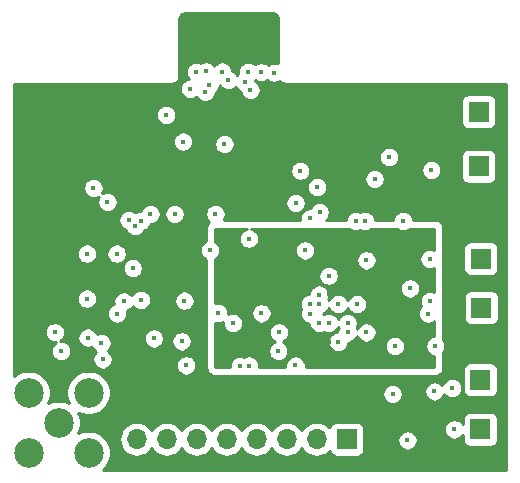
<source format=gbr>
G04 #@! TF.GenerationSoftware,KiCad,Pcbnew,(5.1.0)-1*
G04 #@! TF.CreationDate,2019-06-03T19:39:10-07:00*
G04 #@! TF.ProjectId,SDCard-PCB,53444361-7264-42d5-9043-422e6b696361,rev?*
G04 #@! TF.SameCoordinates,Original*
G04 #@! TF.FileFunction,Copper,L4,Inr*
G04 #@! TF.FilePolarity,Positive*
%FSLAX46Y46*%
G04 Gerber Fmt 4.6, Leading zero omitted, Abs format (unit mm)*
G04 Created by KiCad (PCBNEW (5.1.0)-1) date 2019-06-03 19:39:10*
%MOMM*%
%LPD*%
G04 APERTURE LIST*
%ADD10O,1.700000X1.700000*%
%ADD11R,1.700000X1.700000*%
%ADD12C,2.500000*%
%ADD13C,0.450000*%
%ADD14C,0.254000*%
G04 APERTURE END LIST*
D10*
X111070000Y-83730000D03*
X113610000Y-83730000D03*
X116150000Y-83730000D03*
X118690000Y-83730000D03*
X121230000Y-83730000D03*
X123770000Y-83730000D03*
X126310000Y-83730000D03*
D11*
X128850000Y-83730000D03*
X140150000Y-82910000D03*
X140230000Y-72600000D03*
X140200000Y-68450000D03*
X140150000Y-78710000D03*
X140010000Y-60640000D03*
X140010000Y-55990000D03*
D12*
X106980000Y-84890000D03*
X106980000Y-79810000D03*
X101900000Y-79810000D03*
X101900000Y-84890000D03*
X104440000Y-82350000D03*
D13*
X133985000Y-83835000D03*
X116900000Y-52600000D03*
X116870000Y-54330000D03*
X113550000Y-56280000D03*
X129620000Y-65250000D03*
X133620000Y-65250000D03*
X126330000Y-62390000D03*
X136000000Y-60940000D03*
X108070000Y-75570000D03*
X106830000Y-71830000D03*
X109360000Y-68020000D03*
X110720000Y-69240000D03*
X112220000Y-64650000D03*
X117720000Y-64640000D03*
X109950002Y-72070000D03*
X107390000Y-62460000D03*
X112500000Y-75200000D03*
X115100000Y-72000000D03*
X119800000Y-77550000D03*
X119200000Y-73910000D03*
X114860000Y-75450000D03*
X132720000Y-79900000D03*
X136270000Y-79690000D03*
X137930000Y-82900000D03*
X136340000Y-75840000D03*
X134190000Y-70970000D03*
X128110000Y-72290000D03*
X128910000Y-74690000D03*
X126510000Y-73890000D03*
X126520000Y-72290000D03*
X128910000Y-73890000D03*
X124500000Y-77490000D03*
X131200000Y-61700000D03*
X115570000Y-54080000D03*
X118820000Y-53330000D03*
X118480000Y-58760000D03*
X130370000Y-65250000D03*
X126550000Y-64510000D03*
X132440000Y-59860000D03*
X106900000Y-75130000D03*
X106840000Y-68020000D03*
X114265000Y-64645000D03*
X109410000Y-73090000D03*
X111410000Y-71940000D03*
X108580000Y-63640000D03*
X115240000Y-77480000D03*
X108170000Y-76980000D03*
X137770000Y-79410000D03*
X132920000Y-75860000D03*
X135910000Y-72020000D03*
X135850000Y-68480000D03*
X127310000Y-73890000D03*
X128110000Y-75490000D03*
X130510000Y-74690000D03*
X129710000Y-72300000D03*
X125720000Y-72280000D03*
X119400000Y-52600000D03*
X115852498Y-56897498D03*
X128400000Y-60080000D03*
X109590000Y-70320000D03*
X115765000Y-64615000D03*
X126510000Y-66800000D03*
X122440000Y-76910000D03*
X119200000Y-72240000D03*
X131800000Y-75570000D03*
X134700000Y-68310000D03*
X129710000Y-75490000D03*
X127320000Y-71480000D03*
X127310000Y-75490000D03*
X125710000Y-73090000D03*
X135730000Y-73090000D03*
X116090000Y-52620000D03*
X115000000Y-58530000D03*
X118300000Y-52610000D03*
X120500000Y-52620000D03*
X121590000Y-52670000D03*
X122700000Y-52700000D03*
X123050000Y-76280000D03*
X104670000Y-76280000D03*
X123100000Y-74690000D03*
X104120000Y-74680000D03*
X120570000Y-77500000D03*
X120560000Y-66750000D03*
X125310000Y-67750000D03*
X117280000Y-67750000D03*
X121620000Y-73080000D03*
X117960000Y-73070000D03*
X126510000Y-71490000D03*
X110370000Y-65180000D03*
X127310000Y-69890000D03*
X110920000Y-65710000D03*
X130510000Y-68590000D03*
X111430000Y-65230002D03*
X124510000Y-63720000D03*
X117210004Y-53770000D03*
X120220000Y-53500000D03*
X125710000Y-65039998D03*
X120690000Y-54150000D03*
X124910000Y-61000000D03*
D14*
G36*
X120309147Y-65923049D02*
G01*
X120152637Y-65987878D01*
X120011782Y-66081995D01*
X119891995Y-66201782D01*
X119797878Y-66342637D01*
X119733049Y-66499147D01*
X119700000Y-66665297D01*
X119700000Y-66834703D01*
X119733049Y-67000853D01*
X119797878Y-67157363D01*
X119891995Y-67298218D01*
X120011782Y-67418005D01*
X120152637Y-67512122D01*
X120309147Y-67576951D01*
X120475297Y-67610000D01*
X120644703Y-67610000D01*
X120810853Y-67576951D01*
X120967363Y-67512122D01*
X121108218Y-67418005D01*
X121228005Y-67298218D01*
X121322122Y-67157363D01*
X121386951Y-67000853D01*
X121420000Y-66834703D01*
X121420000Y-66665297D01*
X121386951Y-66499147D01*
X121322122Y-66342637D01*
X121228005Y-66201782D01*
X121108218Y-66081995D01*
X120967363Y-65987878D01*
X120810853Y-65923049D01*
X120760333Y-65913000D01*
X129066777Y-65913000D01*
X129071782Y-65918005D01*
X129212637Y-66012122D01*
X129369147Y-66076951D01*
X129535297Y-66110000D01*
X129704703Y-66110000D01*
X129870853Y-66076951D01*
X129995000Y-66025527D01*
X130119147Y-66076951D01*
X130285297Y-66110000D01*
X130454703Y-66110000D01*
X130620853Y-66076951D01*
X130777363Y-66012122D01*
X130918218Y-65918005D01*
X130923223Y-65913000D01*
X133066777Y-65913000D01*
X133071782Y-65918005D01*
X133212637Y-66012122D01*
X133369147Y-66076951D01*
X133535297Y-66110000D01*
X133704703Y-66110000D01*
X133870853Y-66076951D01*
X134027363Y-66012122D01*
X134168218Y-65918005D01*
X134173223Y-65913000D01*
X136271000Y-65913000D01*
X136271000Y-67726990D01*
X136257363Y-67717878D01*
X136100853Y-67653049D01*
X135934703Y-67620000D01*
X135765297Y-67620000D01*
X135599147Y-67653049D01*
X135442637Y-67717878D01*
X135301782Y-67811995D01*
X135181995Y-67931782D01*
X135087878Y-68072637D01*
X135023049Y-68229147D01*
X134990000Y-68395297D01*
X134990000Y-68564703D01*
X135023049Y-68730853D01*
X135087878Y-68887363D01*
X135181995Y-69028218D01*
X135301782Y-69148005D01*
X135442637Y-69242122D01*
X135599147Y-69306951D01*
X135765297Y-69340000D01*
X135934703Y-69340000D01*
X136100853Y-69306951D01*
X136257363Y-69242122D01*
X136271000Y-69233010D01*
X136271000Y-71238674D01*
X136160853Y-71193049D01*
X135994703Y-71160000D01*
X135825297Y-71160000D01*
X135659147Y-71193049D01*
X135502637Y-71257878D01*
X135361782Y-71351995D01*
X135241995Y-71471782D01*
X135147878Y-71612637D01*
X135083049Y-71769147D01*
X135050000Y-71935297D01*
X135050000Y-72104703D01*
X135083049Y-72270853D01*
X135147878Y-72427363D01*
X135159308Y-72444469D01*
X135061995Y-72541782D01*
X134967878Y-72682637D01*
X134903049Y-72839147D01*
X134870000Y-73005297D01*
X134870000Y-73174703D01*
X134903049Y-73340853D01*
X134967878Y-73497363D01*
X135061995Y-73638218D01*
X135181782Y-73758005D01*
X135322637Y-73852122D01*
X135479147Y-73916951D01*
X135645297Y-73950000D01*
X135814703Y-73950000D01*
X135980853Y-73916951D01*
X136137363Y-73852122D01*
X136271000Y-73762828D01*
X136271000Y-74980000D01*
X136255297Y-74980000D01*
X136089147Y-75013049D01*
X135932637Y-75077878D01*
X135791782Y-75171995D01*
X135671995Y-75291782D01*
X135577878Y-75432637D01*
X135513049Y-75589147D01*
X135480000Y-75755297D01*
X135480000Y-75924703D01*
X135513049Y-76090853D01*
X135577878Y-76247363D01*
X135671995Y-76388218D01*
X135791782Y-76508005D01*
X135932637Y-76602122D01*
X136089147Y-76666951D01*
X136255297Y-76700000D01*
X136271000Y-76700000D01*
X136271000Y-77597000D01*
X125355565Y-77597000D01*
X125360000Y-77574703D01*
X125360000Y-77405297D01*
X125326951Y-77239147D01*
X125262122Y-77082637D01*
X125168005Y-76941782D01*
X125048218Y-76821995D01*
X124907363Y-76727878D01*
X124750853Y-76663049D01*
X124584703Y-76630000D01*
X124415297Y-76630000D01*
X124249147Y-76663049D01*
X124092637Y-76727878D01*
X123951782Y-76821995D01*
X123831995Y-76941782D01*
X123737878Y-77082637D01*
X123673049Y-77239147D01*
X123640000Y-77405297D01*
X123640000Y-77574703D01*
X123644435Y-77597000D01*
X121427554Y-77597000D01*
X121430000Y-77584703D01*
X121430000Y-77415297D01*
X121396951Y-77249147D01*
X121332122Y-77092637D01*
X121238005Y-76951782D01*
X121118218Y-76831995D01*
X120977363Y-76737878D01*
X120820853Y-76673049D01*
X120654703Y-76640000D01*
X120485297Y-76640000D01*
X120319147Y-76673049D01*
X120162637Y-76737878D01*
X120133559Y-76757307D01*
X120050853Y-76723049D01*
X119884703Y-76690000D01*
X119715297Y-76690000D01*
X119549147Y-76723049D01*
X119392637Y-76787878D01*
X119251782Y-76881995D01*
X119131995Y-77001782D01*
X119037878Y-77142637D01*
X118973049Y-77299147D01*
X118940000Y-77465297D01*
X118940000Y-77597000D01*
X117729000Y-77597000D01*
X117729000Y-76195297D01*
X122190000Y-76195297D01*
X122190000Y-76364703D01*
X122223049Y-76530853D01*
X122287878Y-76687363D01*
X122381995Y-76828218D01*
X122501782Y-76948005D01*
X122642637Y-77042122D01*
X122799147Y-77106951D01*
X122965297Y-77140000D01*
X123134703Y-77140000D01*
X123300853Y-77106951D01*
X123457363Y-77042122D01*
X123598218Y-76948005D01*
X123718005Y-76828218D01*
X123812122Y-76687363D01*
X123876951Y-76530853D01*
X123910000Y-76364703D01*
X123910000Y-76195297D01*
X123876951Y-76029147D01*
X123812122Y-75872637D01*
X123718005Y-75731782D01*
X123598218Y-75611995D01*
X123457363Y-75517878D01*
X123402989Y-75495355D01*
X123507363Y-75452122D01*
X123648218Y-75358005D01*
X123768005Y-75238218D01*
X123862122Y-75097363D01*
X123926951Y-74940853D01*
X123960000Y-74774703D01*
X123960000Y-74605297D01*
X123926951Y-74439147D01*
X123862122Y-74282637D01*
X123768005Y-74141782D01*
X123648218Y-74021995D01*
X123507363Y-73927878D01*
X123350853Y-73863049D01*
X123184703Y-73830000D01*
X123015297Y-73830000D01*
X122849147Y-73863049D01*
X122692637Y-73927878D01*
X122551782Y-74021995D01*
X122431995Y-74141782D01*
X122337878Y-74282637D01*
X122273049Y-74439147D01*
X122240000Y-74605297D01*
X122240000Y-74774703D01*
X122273049Y-74940853D01*
X122337878Y-75097363D01*
X122431995Y-75238218D01*
X122551782Y-75358005D01*
X122692637Y-75452122D01*
X122747011Y-75474645D01*
X122642637Y-75517878D01*
X122501782Y-75611995D01*
X122381995Y-75731782D01*
X122287878Y-75872637D01*
X122223049Y-76029147D01*
X122190000Y-76195297D01*
X117729000Y-76195297D01*
X117729000Y-73900900D01*
X117875297Y-73930000D01*
X118044703Y-73930000D01*
X118210853Y-73896951D01*
X118340000Y-73843456D01*
X118340000Y-73994703D01*
X118373049Y-74160853D01*
X118437878Y-74317363D01*
X118531995Y-74458218D01*
X118651782Y-74578005D01*
X118792637Y-74672122D01*
X118949147Y-74736951D01*
X119115297Y-74770000D01*
X119284703Y-74770000D01*
X119450853Y-74736951D01*
X119607363Y-74672122D01*
X119748218Y-74578005D01*
X119868005Y-74458218D01*
X119962122Y-74317363D01*
X120026951Y-74160853D01*
X120060000Y-73994703D01*
X120060000Y-73825297D01*
X120026951Y-73659147D01*
X119962122Y-73502637D01*
X119868005Y-73361782D01*
X119748218Y-73241995D01*
X119607363Y-73147878D01*
X119450853Y-73083049D01*
X119284703Y-73050000D01*
X119115297Y-73050000D01*
X118949147Y-73083049D01*
X118820000Y-73136544D01*
X118820000Y-72995297D01*
X120760000Y-72995297D01*
X120760000Y-73164703D01*
X120793049Y-73330853D01*
X120857878Y-73487363D01*
X120951995Y-73628218D01*
X121071782Y-73748005D01*
X121212637Y-73842122D01*
X121369147Y-73906951D01*
X121535297Y-73940000D01*
X121704703Y-73940000D01*
X121870853Y-73906951D01*
X122027363Y-73842122D01*
X122168218Y-73748005D01*
X122288005Y-73628218D01*
X122382122Y-73487363D01*
X122446951Y-73330853D01*
X122480000Y-73164703D01*
X122480000Y-73005297D01*
X124850000Y-73005297D01*
X124850000Y-73174703D01*
X124883049Y-73340853D01*
X124947878Y-73497363D01*
X125041995Y-73638218D01*
X125161782Y-73758005D01*
X125302637Y-73852122D01*
X125459147Y-73916951D01*
X125625297Y-73950000D01*
X125650000Y-73950000D01*
X125650000Y-73974703D01*
X125683049Y-74140853D01*
X125747878Y-74297363D01*
X125841995Y-74438218D01*
X125961782Y-74558005D01*
X126102637Y-74652122D01*
X126259147Y-74716951D01*
X126425297Y-74750000D01*
X126594703Y-74750000D01*
X126760853Y-74716951D01*
X126910000Y-74655172D01*
X127059147Y-74716951D01*
X127225297Y-74750000D01*
X127394703Y-74750000D01*
X127560853Y-74716951D01*
X127717363Y-74652122D01*
X127858218Y-74558005D01*
X127978005Y-74438218D01*
X128072122Y-74297363D01*
X128110000Y-74205918D01*
X128144828Y-74290000D01*
X128083049Y-74439147D01*
X128050000Y-74605297D01*
X128050000Y-74630000D01*
X128025297Y-74630000D01*
X127859147Y-74663049D01*
X127702637Y-74727878D01*
X127561782Y-74821995D01*
X127441995Y-74941782D01*
X127347878Y-75082637D01*
X127283049Y-75239147D01*
X127250000Y-75405297D01*
X127250000Y-75574703D01*
X127283049Y-75740853D01*
X127347878Y-75897363D01*
X127441995Y-76038218D01*
X127561782Y-76158005D01*
X127702637Y-76252122D01*
X127859147Y-76316951D01*
X128025297Y-76350000D01*
X128194703Y-76350000D01*
X128360853Y-76316951D01*
X128517363Y-76252122D01*
X128658218Y-76158005D01*
X128778005Y-76038218D01*
X128872122Y-75897363D01*
X128922683Y-75775297D01*
X132060000Y-75775297D01*
X132060000Y-75944703D01*
X132093049Y-76110853D01*
X132157878Y-76267363D01*
X132251995Y-76408218D01*
X132371782Y-76528005D01*
X132512637Y-76622122D01*
X132669147Y-76686951D01*
X132835297Y-76720000D01*
X133004703Y-76720000D01*
X133170853Y-76686951D01*
X133327363Y-76622122D01*
X133468218Y-76528005D01*
X133588005Y-76408218D01*
X133682122Y-76267363D01*
X133746951Y-76110853D01*
X133780000Y-75944703D01*
X133780000Y-75775297D01*
X133746951Y-75609147D01*
X133682122Y-75452637D01*
X133588005Y-75311782D01*
X133468218Y-75191995D01*
X133327363Y-75097878D01*
X133170853Y-75033049D01*
X133004703Y-75000000D01*
X132835297Y-75000000D01*
X132669147Y-75033049D01*
X132512637Y-75097878D01*
X132371782Y-75191995D01*
X132251995Y-75311782D01*
X132157878Y-75452637D01*
X132093049Y-75609147D01*
X132060000Y-75775297D01*
X128922683Y-75775297D01*
X128936951Y-75740853D01*
X128970000Y-75574703D01*
X128970000Y-75550000D01*
X128994703Y-75550000D01*
X129160853Y-75516951D01*
X129317363Y-75452122D01*
X129458218Y-75358005D01*
X129578005Y-75238218D01*
X129672122Y-75097363D01*
X129710000Y-75005918D01*
X129747878Y-75097363D01*
X129841995Y-75238218D01*
X129961782Y-75358005D01*
X130102637Y-75452122D01*
X130259147Y-75516951D01*
X130425297Y-75550000D01*
X130594703Y-75550000D01*
X130760853Y-75516951D01*
X130917363Y-75452122D01*
X131058218Y-75358005D01*
X131178005Y-75238218D01*
X131272122Y-75097363D01*
X131336951Y-74940853D01*
X131370000Y-74774703D01*
X131370000Y-74605297D01*
X131336951Y-74439147D01*
X131272122Y-74282637D01*
X131178005Y-74141782D01*
X131058218Y-74021995D01*
X130917363Y-73927878D01*
X130760853Y-73863049D01*
X130594703Y-73830000D01*
X130425297Y-73830000D01*
X130259147Y-73863049D01*
X130102637Y-73927878D01*
X129961782Y-74021995D01*
X129841995Y-74141782D01*
X129747878Y-74282637D01*
X129710000Y-74374082D01*
X129675172Y-74290000D01*
X129736951Y-74140853D01*
X129770000Y-73974703D01*
X129770000Y-73805297D01*
X129736951Y-73639147D01*
X129672122Y-73482637D01*
X129578005Y-73341782D01*
X129458218Y-73221995D01*
X129317363Y-73127878D01*
X129160853Y-73063049D01*
X128994703Y-73030000D01*
X128825297Y-73030000D01*
X128659147Y-73063049D01*
X128502637Y-73127878D01*
X128361782Y-73221995D01*
X128241995Y-73341782D01*
X128147878Y-73482637D01*
X128110000Y-73574082D01*
X128072122Y-73482637D01*
X127978005Y-73341782D01*
X127858218Y-73221995D01*
X127717363Y-73127878D01*
X127560853Y-73063049D01*
X127394703Y-73030000D01*
X127225297Y-73030000D01*
X127059147Y-73063049D01*
X126910000Y-73124828D01*
X126830918Y-73092071D01*
X126927363Y-73052122D01*
X127068218Y-72958005D01*
X127188005Y-72838218D01*
X127282122Y-72697363D01*
X127315000Y-72617989D01*
X127347878Y-72697363D01*
X127441995Y-72838218D01*
X127561782Y-72958005D01*
X127702637Y-73052122D01*
X127859147Y-73116951D01*
X128025297Y-73150000D01*
X128194703Y-73150000D01*
X128360853Y-73116951D01*
X128517363Y-73052122D01*
X128658218Y-72958005D01*
X128778005Y-72838218D01*
X128872122Y-72697363D01*
X128907929Y-72610918D01*
X128947878Y-72707363D01*
X129041995Y-72848218D01*
X129161782Y-72968005D01*
X129302637Y-73062122D01*
X129459147Y-73126951D01*
X129625297Y-73160000D01*
X129794703Y-73160000D01*
X129960853Y-73126951D01*
X130117363Y-73062122D01*
X130258218Y-72968005D01*
X130378005Y-72848218D01*
X130472122Y-72707363D01*
X130536951Y-72550853D01*
X130570000Y-72384703D01*
X130570000Y-72215297D01*
X130536951Y-72049147D01*
X130472122Y-71892637D01*
X130378005Y-71751782D01*
X130258218Y-71631995D01*
X130117363Y-71537878D01*
X129960853Y-71473049D01*
X129794703Y-71440000D01*
X129625297Y-71440000D01*
X129459147Y-71473049D01*
X129302637Y-71537878D01*
X129161782Y-71631995D01*
X129041995Y-71751782D01*
X128947878Y-71892637D01*
X128912071Y-71979082D01*
X128872122Y-71882637D01*
X128778005Y-71741782D01*
X128658218Y-71621995D01*
X128517363Y-71527878D01*
X128360853Y-71463049D01*
X128194703Y-71430000D01*
X128025297Y-71430000D01*
X127859147Y-71463049D01*
X127702637Y-71527878D01*
X127561782Y-71621995D01*
X127441995Y-71741782D01*
X127347878Y-71882637D01*
X127315000Y-71962011D01*
X127282122Y-71882637D01*
X127279714Y-71879034D01*
X127336951Y-71740853D01*
X127370000Y-71574703D01*
X127370000Y-71405297D01*
X127336951Y-71239147D01*
X127272122Y-71082637D01*
X127178005Y-70941782D01*
X127121520Y-70885297D01*
X133330000Y-70885297D01*
X133330000Y-71054703D01*
X133363049Y-71220853D01*
X133427878Y-71377363D01*
X133521995Y-71518218D01*
X133641782Y-71638005D01*
X133782637Y-71732122D01*
X133939147Y-71796951D01*
X134105297Y-71830000D01*
X134274703Y-71830000D01*
X134440853Y-71796951D01*
X134597363Y-71732122D01*
X134738218Y-71638005D01*
X134858005Y-71518218D01*
X134952122Y-71377363D01*
X135016951Y-71220853D01*
X135050000Y-71054703D01*
X135050000Y-70885297D01*
X135016951Y-70719147D01*
X134952122Y-70562637D01*
X134858005Y-70421782D01*
X134738218Y-70301995D01*
X134597363Y-70207878D01*
X134440853Y-70143049D01*
X134274703Y-70110000D01*
X134105297Y-70110000D01*
X133939147Y-70143049D01*
X133782637Y-70207878D01*
X133641782Y-70301995D01*
X133521995Y-70421782D01*
X133427878Y-70562637D01*
X133363049Y-70719147D01*
X133330000Y-70885297D01*
X127121520Y-70885297D01*
X127058218Y-70821995D01*
X126917363Y-70727878D01*
X126760853Y-70663049D01*
X126594703Y-70630000D01*
X126425297Y-70630000D01*
X126259147Y-70663049D01*
X126102637Y-70727878D01*
X125961782Y-70821995D01*
X125841995Y-70941782D01*
X125747878Y-71082637D01*
X125683049Y-71239147D01*
X125650000Y-71405297D01*
X125650000Y-71420000D01*
X125635297Y-71420000D01*
X125469147Y-71453049D01*
X125312637Y-71517878D01*
X125171782Y-71611995D01*
X125051995Y-71731782D01*
X124957878Y-71872637D01*
X124893049Y-72029147D01*
X124860000Y-72195297D01*
X124860000Y-72364703D01*
X124893049Y-72530853D01*
X124952843Y-72675207D01*
X124947878Y-72682637D01*
X124883049Y-72839147D01*
X124850000Y-73005297D01*
X122480000Y-73005297D01*
X122480000Y-72995297D01*
X122446951Y-72829147D01*
X122382122Y-72672637D01*
X122288005Y-72531782D01*
X122168218Y-72411995D01*
X122027363Y-72317878D01*
X121870853Y-72253049D01*
X121704703Y-72220000D01*
X121535297Y-72220000D01*
X121369147Y-72253049D01*
X121212637Y-72317878D01*
X121071782Y-72411995D01*
X120951995Y-72531782D01*
X120857878Y-72672637D01*
X120793049Y-72829147D01*
X120760000Y-72995297D01*
X118820000Y-72995297D01*
X118820000Y-72985297D01*
X118786951Y-72819147D01*
X118722122Y-72662637D01*
X118628005Y-72521782D01*
X118508218Y-72401995D01*
X118367363Y-72307878D01*
X118210853Y-72243049D01*
X118044703Y-72210000D01*
X117875297Y-72210000D01*
X117729000Y-72239100D01*
X117729000Y-69805297D01*
X126450000Y-69805297D01*
X126450000Y-69974703D01*
X126483049Y-70140853D01*
X126547878Y-70297363D01*
X126641995Y-70438218D01*
X126761782Y-70558005D01*
X126902637Y-70652122D01*
X127059147Y-70716951D01*
X127225297Y-70750000D01*
X127394703Y-70750000D01*
X127560853Y-70716951D01*
X127717363Y-70652122D01*
X127858218Y-70558005D01*
X127978005Y-70438218D01*
X128072122Y-70297363D01*
X128136951Y-70140853D01*
X128170000Y-69974703D01*
X128170000Y-69805297D01*
X128136951Y-69639147D01*
X128072122Y-69482637D01*
X127978005Y-69341782D01*
X127858218Y-69221995D01*
X127717363Y-69127878D01*
X127560853Y-69063049D01*
X127394703Y-69030000D01*
X127225297Y-69030000D01*
X127059147Y-69063049D01*
X126902637Y-69127878D01*
X126761782Y-69221995D01*
X126641995Y-69341782D01*
X126547878Y-69482637D01*
X126483049Y-69639147D01*
X126450000Y-69805297D01*
X117729000Y-69805297D01*
X117729000Y-68484301D01*
X117828218Y-68418005D01*
X117948005Y-68298218D01*
X118042122Y-68157363D01*
X118106951Y-68000853D01*
X118140000Y-67834703D01*
X118140000Y-67665297D01*
X124450000Y-67665297D01*
X124450000Y-67834703D01*
X124483049Y-68000853D01*
X124547878Y-68157363D01*
X124641995Y-68298218D01*
X124761782Y-68418005D01*
X124902637Y-68512122D01*
X125059147Y-68576951D01*
X125225297Y-68610000D01*
X125394703Y-68610000D01*
X125560853Y-68576951D01*
X125717363Y-68512122D01*
X125727577Y-68505297D01*
X129650000Y-68505297D01*
X129650000Y-68674703D01*
X129683049Y-68840853D01*
X129747878Y-68997363D01*
X129841995Y-69138218D01*
X129961782Y-69258005D01*
X130102637Y-69352122D01*
X130259147Y-69416951D01*
X130425297Y-69450000D01*
X130594703Y-69450000D01*
X130760853Y-69416951D01*
X130917363Y-69352122D01*
X131058218Y-69258005D01*
X131178005Y-69138218D01*
X131272122Y-68997363D01*
X131336951Y-68840853D01*
X131370000Y-68674703D01*
X131370000Y-68505297D01*
X131336951Y-68339147D01*
X131272122Y-68182637D01*
X131178005Y-68041782D01*
X131058218Y-67921995D01*
X130917363Y-67827878D01*
X130760853Y-67763049D01*
X130594703Y-67730000D01*
X130425297Y-67730000D01*
X130259147Y-67763049D01*
X130102637Y-67827878D01*
X129961782Y-67921995D01*
X129841995Y-68041782D01*
X129747878Y-68182637D01*
X129683049Y-68339147D01*
X129650000Y-68505297D01*
X125727577Y-68505297D01*
X125858218Y-68418005D01*
X125978005Y-68298218D01*
X126072122Y-68157363D01*
X126136951Y-68000853D01*
X126170000Y-67834703D01*
X126170000Y-67665297D01*
X126136951Y-67499147D01*
X126072122Y-67342637D01*
X125978005Y-67201782D01*
X125858218Y-67081995D01*
X125717363Y-66987878D01*
X125560853Y-66923049D01*
X125394703Y-66890000D01*
X125225297Y-66890000D01*
X125059147Y-66923049D01*
X124902637Y-66987878D01*
X124761782Y-67081995D01*
X124641995Y-67201782D01*
X124547878Y-67342637D01*
X124483049Y-67499147D01*
X124450000Y-67665297D01*
X118140000Y-67665297D01*
X118106951Y-67499147D01*
X118042122Y-67342637D01*
X117948005Y-67201782D01*
X117828218Y-67081995D01*
X117729000Y-67015699D01*
X117729000Y-65913000D01*
X120359667Y-65913000D01*
X120309147Y-65923049D01*
X120309147Y-65923049D01*
G37*
X120309147Y-65923049D02*
X120152637Y-65987878D01*
X120011782Y-66081995D01*
X119891995Y-66201782D01*
X119797878Y-66342637D01*
X119733049Y-66499147D01*
X119700000Y-66665297D01*
X119700000Y-66834703D01*
X119733049Y-67000853D01*
X119797878Y-67157363D01*
X119891995Y-67298218D01*
X120011782Y-67418005D01*
X120152637Y-67512122D01*
X120309147Y-67576951D01*
X120475297Y-67610000D01*
X120644703Y-67610000D01*
X120810853Y-67576951D01*
X120967363Y-67512122D01*
X121108218Y-67418005D01*
X121228005Y-67298218D01*
X121322122Y-67157363D01*
X121386951Y-67000853D01*
X121420000Y-66834703D01*
X121420000Y-66665297D01*
X121386951Y-66499147D01*
X121322122Y-66342637D01*
X121228005Y-66201782D01*
X121108218Y-66081995D01*
X120967363Y-65987878D01*
X120810853Y-65923049D01*
X120760333Y-65913000D01*
X129066777Y-65913000D01*
X129071782Y-65918005D01*
X129212637Y-66012122D01*
X129369147Y-66076951D01*
X129535297Y-66110000D01*
X129704703Y-66110000D01*
X129870853Y-66076951D01*
X129995000Y-66025527D01*
X130119147Y-66076951D01*
X130285297Y-66110000D01*
X130454703Y-66110000D01*
X130620853Y-66076951D01*
X130777363Y-66012122D01*
X130918218Y-65918005D01*
X130923223Y-65913000D01*
X133066777Y-65913000D01*
X133071782Y-65918005D01*
X133212637Y-66012122D01*
X133369147Y-66076951D01*
X133535297Y-66110000D01*
X133704703Y-66110000D01*
X133870853Y-66076951D01*
X134027363Y-66012122D01*
X134168218Y-65918005D01*
X134173223Y-65913000D01*
X136271000Y-65913000D01*
X136271000Y-67726990D01*
X136257363Y-67717878D01*
X136100853Y-67653049D01*
X135934703Y-67620000D01*
X135765297Y-67620000D01*
X135599147Y-67653049D01*
X135442637Y-67717878D01*
X135301782Y-67811995D01*
X135181995Y-67931782D01*
X135087878Y-68072637D01*
X135023049Y-68229147D01*
X134990000Y-68395297D01*
X134990000Y-68564703D01*
X135023049Y-68730853D01*
X135087878Y-68887363D01*
X135181995Y-69028218D01*
X135301782Y-69148005D01*
X135442637Y-69242122D01*
X135599147Y-69306951D01*
X135765297Y-69340000D01*
X135934703Y-69340000D01*
X136100853Y-69306951D01*
X136257363Y-69242122D01*
X136271000Y-69233010D01*
X136271000Y-71238674D01*
X136160853Y-71193049D01*
X135994703Y-71160000D01*
X135825297Y-71160000D01*
X135659147Y-71193049D01*
X135502637Y-71257878D01*
X135361782Y-71351995D01*
X135241995Y-71471782D01*
X135147878Y-71612637D01*
X135083049Y-71769147D01*
X135050000Y-71935297D01*
X135050000Y-72104703D01*
X135083049Y-72270853D01*
X135147878Y-72427363D01*
X135159308Y-72444469D01*
X135061995Y-72541782D01*
X134967878Y-72682637D01*
X134903049Y-72839147D01*
X134870000Y-73005297D01*
X134870000Y-73174703D01*
X134903049Y-73340853D01*
X134967878Y-73497363D01*
X135061995Y-73638218D01*
X135181782Y-73758005D01*
X135322637Y-73852122D01*
X135479147Y-73916951D01*
X135645297Y-73950000D01*
X135814703Y-73950000D01*
X135980853Y-73916951D01*
X136137363Y-73852122D01*
X136271000Y-73762828D01*
X136271000Y-74980000D01*
X136255297Y-74980000D01*
X136089147Y-75013049D01*
X135932637Y-75077878D01*
X135791782Y-75171995D01*
X135671995Y-75291782D01*
X135577878Y-75432637D01*
X135513049Y-75589147D01*
X135480000Y-75755297D01*
X135480000Y-75924703D01*
X135513049Y-76090853D01*
X135577878Y-76247363D01*
X135671995Y-76388218D01*
X135791782Y-76508005D01*
X135932637Y-76602122D01*
X136089147Y-76666951D01*
X136255297Y-76700000D01*
X136271000Y-76700000D01*
X136271000Y-77597000D01*
X125355565Y-77597000D01*
X125360000Y-77574703D01*
X125360000Y-77405297D01*
X125326951Y-77239147D01*
X125262122Y-77082637D01*
X125168005Y-76941782D01*
X125048218Y-76821995D01*
X124907363Y-76727878D01*
X124750853Y-76663049D01*
X124584703Y-76630000D01*
X124415297Y-76630000D01*
X124249147Y-76663049D01*
X124092637Y-76727878D01*
X123951782Y-76821995D01*
X123831995Y-76941782D01*
X123737878Y-77082637D01*
X123673049Y-77239147D01*
X123640000Y-77405297D01*
X123640000Y-77574703D01*
X123644435Y-77597000D01*
X121427554Y-77597000D01*
X121430000Y-77584703D01*
X121430000Y-77415297D01*
X121396951Y-77249147D01*
X121332122Y-77092637D01*
X121238005Y-76951782D01*
X121118218Y-76831995D01*
X120977363Y-76737878D01*
X120820853Y-76673049D01*
X120654703Y-76640000D01*
X120485297Y-76640000D01*
X120319147Y-76673049D01*
X120162637Y-76737878D01*
X120133559Y-76757307D01*
X120050853Y-76723049D01*
X119884703Y-76690000D01*
X119715297Y-76690000D01*
X119549147Y-76723049D01*
X119392637Y-76787878D01*
X119251782Y-76881995D01*
X119131995Y-77001782D01*
X119037878Y-77142637D01*
X118973049Y-77299147D01*
X118940000Y-77465297D01*
X118940000Y-77597000D01*
X117729000Y-77597000D01*
X117729000Y-76195297D01*
X122190000Y-76195297D01*
X122190000Y-76364703D01*
X122223049Y-76530853D01*
X122287878Y-76687363D01*
X122381995Y-76828218D01*
X122501782Y-76948005D01*
X122642637Y-77042122D01*
X122799147Y-77106951D01*
X122965297Y-77140000D01*
X123134703Y-77140000D01*
X123300853Y-77106951D01*
X123457363Y-77042122D01*
X123598218Y-76948005D01*
X123718005Y-76828218D01*
X123812122Y-76687363D01*
X123876951Y-76530853D01*
X123910000Y-76364703D01*
X123910000Y-76195297D01*
X123876951Y-76029147D01*
X123812122Y-75872637D01*
X123718005Y-75731782D01*
X123598218Y-75611995D01*
X123457363Y-75517878D01*
X123402989Y-75495355D01*
X123507363Y-75452122D01*
X123648218Y-75358005D01*
X123768005Y-75238218D01*
X123862122Y-75097363D01*
X123926951Y-74940853D01*
X123960000Y-74774703D01*
X123960000Y-74605297D01*
X123926951Y-74439147D01*
X123862122Y-74282637D01*
X123768005Y-74141782D01*
X123648218Y-74021995D01*
X123507363Y-73927878D01*
X123350853Y-73863049D01*
X123184703Y-73830000D01*
X123015297Y-73830000D01*
X122849147Y-73863049D01*
X122692637Y-73927878D01*
X122551782Y-74021995D01*
X122431995Y-74141782D01*
X122337878Y-74282637D01*
X122273049Y-74439147D01*
X122240000Y-74605297D01*
X122240000Y-74774703D01*
X122273049Y-74940853D01*
X122337878Y-75097363D01*
X122431995Y-75238218D01*
X122551782Y-75358005D01*
X122692637Y-75452122D01*
X122747011Y-75474645D01*
X122642637Y-75517878D01*
X122501782Y-75611995D01*
X122381995Y-75731782D01*
X122287878Y-75872637D01*
X122223049Y-76029147D01*
X122190000Y-76195297D01*
X117729000Y-76195297D01*
X117729000Y-73900900D01*
X117875297Y-73930000D01*
X118044703Y-73930000D01*
X118210853Y-73896951D01*
X118340000Y-73843456D01*
X118340000Y-73994703D01*
X118373049Y-74160853D01*
X118437878Y-74317363D01*
X118531995Y-74458218D01*
X118651782Y-74578005D01*
X118792637Y-74672122D01*
X118949147Y-74736951D01*
X119115297Y-74770000D01*
X119284703Y-74770000D01*
X119450853Y-74736951D01*
X119607363Y-74672122D01*
X119748218Y-74578005D01*
X119868005Y-74458218D01*
X119962122Y-74317363D01*
X120026951Y-74160853D01*
X120060000Y-73994703D01*
X120060000Y-73825297D01*
X120026951Y-73659147D01*
X119962122Y-73502637D01*
X119868005Y-73361782D01*
X119748218Y-73241995D01*
X119607363Y-73147878D01*
X119450853Y-73083049D01*
X119284703Y-73050000D01*
X119115297Y-73050000D01*
X118949147Y-73083049D01*
X118820000Y-73136544D01*
X118820000Y-72995297D01*
X120760000Y-72995297D01*
X120760000Y-73164703D01*
X120793049Y-73330853D01*
X120857878Y-73487363D01*
X120951995Y-73628218D01*
X121071782Y-73748005D01*
X121212637Y-73842122D01*
X121369147Y-73906951D01*
X121535297Y-73940000D01*
X121704703Y-73940000D01*
X121870853Y-73906951D01*
X122027363Y-73842122D01*
X122168218Y-73748005D01*
X122288005Y-73628218D01*
X122382122Y-73487363D01*
X122446951Y-73330853D01*
X122480000Y-73164703D01*
X122480000Y-73005297D01*
X124850000Y-73005297D01*
X124850000Y-73174703D01*
X124883049Y-73340853D01*
X124947878Y-73497363D01*
X125041995Y-73638218D01*
X125161782Y-73758005D01*
X125302637Y-73852122D01*
X125459147Y-73916951D01*
X125625297Y-73950000D01*
X125650000Y-73950000D01*
X125650000Y-73974703D01*
X125683049Y-74140853D01*
X125747878Y-74297363D01*
X125841995Y-74438218D01*
X125961782Y-74558005D01*
X126102637Y-74652122D01*
X126259147Y-74716951D01*
X126425297Y-74750000D01*
X126594703Y-74750000D01*
X126760853Y-74716951D01*
X126910000Y-74655172D01*
X127059147Y-74716951D01*
X127225297Y-74750000D01*
X127394703Y-74750000D01*
X127560853Y-74716951D01*
X127717363Y-74652122D01*
X127858218Y-74558005D01*
X127978005Y-74438218D01*
X128072122Y-74297363D01*
X128110000Y-74205918D01*
X128144828Y-74290000D01*
X128083049Y-74439147D01*
X128050000Y-74605297D01*
X128050000Y-74630000D01*
X128025297Y-74630000D01*
X127859147Y-74663049D01*
X127702637Y-74727878D01*
X127561782Y-74821995D01*
X127441995Y-74941782D01*
X127347878Y-75082637D01*
X127283049Y-75239147D01*
X127250000Y-75405297D01*
X127250000Y-75574703D01*
X127283049Y-75740853D01*
X127347878Y-75897363D01*
X127441995Y-76038218D01*
X127561782Y-76158005D01*
X127702637Y-76252122D01*
X127859147Y-76316951D01*
X128025297Y-76350000D01*
X128194703Y-76350000D01*
X128360853Y-76316951D01*
X128517363Y-76252122D01*
X128658218Y-76158005D01*
X128778005Y-76038218D01*
X128872122Y-75897363D01*
X128922683Y-75775297D01*
X132060000Y-75775297D01*
X132060000Y-75944703D01*
X132093049Y-76110853D01*
X132157878Y-76267363D01*
X132251995Y-76408218D01*
X132371782Y-76528005D01*
X132512637Y-76622122D01*
X132669147Y-76686951D01*
X132835297Y-76720000D01*
X133004703Y-76720000D01*
X133170853Y-76686951D01*
X133327363Y-76622122D01*
X133468218Y-76528005D01*
X133588005Y-76408218D01*
X133682122Y-76267363D01*
X133746951Y-76110853D01*
X133780000Y-75944703D01*
X133780000Y-75775297D01*
X133746951Y-75609147D01*
X133682122Y-75452637D01*
X133588005Y-75311782D01*
X133468218Y-75191995D01*
X133327363Y-75097878D01*
X133170853Y-75033049D01*
X133004703Y-75000000D01*
X132835297Y-75000000D01*
X132669147Y-75033049D01*
X132512637Y-75097878D01*
X132371782Y-75191995D01*
X132251995Y-75311782D01*
X132157878Y-75452637D01*
X132093049Y-75609147D01*
X132060000Y-75775297D01*
X128922683Y-75775297D01*
X128936951Y-75740853D01*
X128970000Y-75574703D01*
X128970000Y-75550000D01*
X128994703Y-75550000D01*
X129160853Y-75516951D01*
X129317363Y-75452122D01*
X129458218Y-75358005D01*
X129578005Y-75238218D01*
X129672122Y-75097363D01*
X129710000Y-75005918D01*
X129747878Y-75097363D01*
X129841995Y-75238218D01*
X129961782Y-75358005D01*
X130102637Y-75452122D01*
X130259147Y-75516951D01*
X130425297Y-75550000D01*
X130594703Y-75550000D01*
X130760853Y-75516951D01*
X130917363Y-75452122D01*
X131058218Y-75358005D01*
X131178005Y-75238218D01*
X131272122Y-75097363D01*
X131336951Y-74940853D01*
X131370000Y-74774703D01*
X131370000Y-74605297D01*
X131336951Y-74439147D01*
X131272122Y-74282637D01*
X131178005Y-74141782D01*
X131058218Y-74021995D01*
X130917363Y-73927878D01*
X130760853Y-73863049D01*
X130594703Y-73830000D01*
X130425297Y-73830000D01*
X130259147Y-73863049D01*
X130102637Y-73927878D01*
X129961782Y-74021995D01*
X129841995Y-74141782D01*
X129747878Y-74282637D01*
X129710000Y-74374082D01*
X129675172Y-74290000D01*
X129736951Y-74140853D01*
X129770000Y-73974703D01*
X129770000Y-73805297D01*
X129736951Y-73639147D01*
X129672122Y-73482637D01*
X129578005Y-73341782D01*
X129458218Y-73221995D01*
X129317363Y-73127878D01*
X129160853Y-73063049D01*
X128994703Y-73030000D01*
X128825297Y-73030000D01*
X128659147Y-73063049D01*
X128502637Y-73127878D01*
X128361782Y-73221995D01*
X128241995Y-73341782D01*
X128147878Y-73482637D01*
X128110000Y-73574082D01*
X128072122Y-73482637D01*
X127978005Y-73341782D01*
X127858218Y-73221995D01*
X127717363Y-73127878D01*
X127560853Y-73063049D01*
X127394703Y-73030000D01*
X127225297Y-73030000D01*
X127059147Y-73063049D01*
X126910000Y-73124828D01*
X126830918Y-73092071D01*
X126927363Y-73052122D01*
X127068218Y-72958005D01*
X127188005Y-72838218D01*
X127282122Y-72697363D01*
X127315000Y-72617989D01*
X127347878Y-72697363D01*
X127441995Y-72838218D01*
X127561782Y-72958005D01*
X127702637Y-73052122D01*
X127859147Y-73116951D01*
X128025297Y-73150000D01*
X128194703Y-73150000D01*
X128360853Y-73116951D01*
X128517363Y-73052122D01*
X128658218Y-72958005D01*
X128778005Y-72838218D01*
X128872122Y-72697363D01*
X128907929Y-72610918D01*
X128947878Y-72707363D01*
X129041995Y-72848218D01*
X129161782Y-72968005D01*
X129302637Y-73062122D01*
X129459147Y-73126951D01*
X129625297Y-73160000D01*
X129794703Y-73160000D01*
X129960853Y-73126951D01*
X130117363Y-73062122D01*
X130258218Y-72968005D01*
X130378005Y-72848218D01*
X130472122Y-72707363D01*
X130536951Y-72550853D01*
X130570000Y-72384703D01*
X130570000Y-72215297D01*
X130536951Y-72049147D01*
X130472122Y-71892637D01*
X130378005Y-71751782D01*
X130258218Y-71631995D01*
X130117363Y-71537878D01*
X129960853Y-71473049D01*
X129794703Y-71440000D01*
X129625297Y-71440000D01*
X129459147Y-71473049D01*
X129302637Y-71537878D01*
X129161782Y-71631995D01*
X129041995Y-71751782D01*
X128947878Y-71892637D01*
X128912071Y-71979082D01*
X128872122Y-71882637D01*
X128778005Y-71741782D01*
X128658218Y-71621995D01*
X128517363Y-71527878D01*
X128360853Y-71463049D01*
X128194703Y-71430000D01*
X128025297Y-71430000D01*
X127859147Y-71463049D01*
X127702637Y-71527878D01*
X127561782Y-71621995D01*
X127441995Y-71741782D01*
X127347878Y-71882637D01*
X127315000Y-71962011D01*
X127282122Y-71882637D01*
X127279714Y-71879034D01*
X127336951Y-71740853D01*
X127370000Y-71574703D01*
X127370000Y-71405297D01*
X127336951Y-71239147D01*
X127272122Y-71082637D01*
X127178005Y-70941782D01*
X127121520Y-70885297D01*
X133330000Y-70885297D01*
X133330000Y-71054703D01*
X133363049Y-71220853D01*
X133427878Y-71377363D01*
X133521995Y-71518218D01*
X133641782Y-71638005D01*
X133782637Y-71732122D01*
X133939147Y-71796951D01*
X134105297Y-71830000D01*
X134274703Y-71830000D01*
X134440853Y-71796951D01*
X134597363Y-71732122D01*
X134738218Y-71638005D01*
X134858005Y-71518218D01*
X134952122Y-71377363D01*
X135016951Y-71220853D01*
X135050000Y-71054703D01*
X135050000Y-70885297D01*
X135016951Y-70719147D01*
X134952122Y-70562637D01*
X134858005Y-70421782D01*
X134738218Y-70301995D01*
X134597363Y-70207878D01*
X134440853Y-70143049D01*
X134274703Y-70110000D01*
X134105297Y-70110000D01*
X133939147Y-70143049D01*
X133782637Y-70207878D01*
X133641782Y-70301995D01*
X133521995Y-70421782D01*
X133427878Y-70562637D01*
X133363049Y-70719147D01*
X133330000Y-70885297D01*
X127121520Y-70885297D01*
X127058218Y-70821995D01*
X126917363Y-70727878D01*
X126760853Y-70663049D01*
X126594703Y-70630000D01*
X126425297Y-70630000D01*
X126259147Y-70663049D01*
X126102637Y-70727878D01*
X125961782Y-70821995D01*
X125841995Y-70941782D01*
X125747878Y-71082637D01*
X125683049Y-71239147D01*
X125650000Y-71405297D01*
X125650000Y-71420000D01*
X125635297Y-71420000D01*
X125469147Y-71453049D01*
X125312637Y-71517878D01*
X125171782Y-71611995D01*
X125051995Y-71731782D01*
X124957878Y-71872637D01*
X124893049Y-72029147D01*
X124860000Y-72195297D01*
X124860000Y-72364703D01*
X124893049Y-72530853D01*
X124952843Y-72675207D01*
X124947878Y-72682637D01*
X124883049Y-72839147D01*
X124850000Y-73005297D01*
X122480000Y-73005297D01*
X122480000Y-72995297D01*
X122446951Y-72829147D01*
X122382122Y-72672637D01*
X122288005Y-72531782D01*
X122168218Y-72411995D01*
X122027363Y-72317878D01*
X121870853Y-72253049D01*
X121704703Y-72220000D01*
X121535297Y-72220000D01*
X121369147Y-72253049D01*
X121212637Y-72317878D01*
X121071782Y-72411995D01*
X120951995Y-72531782D01*
X120857878Y-72672637D01*
X120793049Y-72829147D01*
X120760000Y-72995297D01*
X118820000Y-72995297D01*
X118820000Y-72985297D01*
X118786951Y-72819147D01*
X118722122Y-72662637D01*
X118628005Y-72521782D01*
X118508218Y-72401995D01*
X118367363Y-72307878D01*
X118210853Y-72243049D01*
X118044703Y-72210000D01*
X117875297Y-72210000D01*
X117729000Y-72239100D01*
X117729000Y-69805297D01*
X126450000Y-69805297D01*
X126450000Y-69974703D01*
X126483049Y-70140853D01*
X126547878Y-70297363D01*
X126641995Y-70438218D01*
X126761782Y-70558005D01*
X126902637Y-70652122D01*
X127059147Y-70716951D01*
X127225297Y-70750000D01*
X127394703Y-70750000D01*
X127560853Y-70716951D01*
X127717363Y-70652122D01*
X127858218Y-70558005D01*
X127978005Y-70438218D01*
X128072122Y-70297363D01*
X128136951Y-70140853D01*
X128170000Y-69974703D01*
X128170000Y-69805297D01*
X128136951Y-69639147D01*
X128072122Y-69482637D01*
X127978005Y-69341782D01*
X127858218Y-69221995D01*
X127717363Y-69127878D01*
X127560853Y-69063049D01*
X127394703Y-69030000D01*
X127225297Y-69030000D01*
X127059147Y-69063049D01*
X126902637Y-69127878D01*
X126761782Y-69221995D01*
X126641995Y-69341782D01*
X126547878Y-69482637D01*
X126483049Y-69639147D01*
X126450000Y-69805297D01*
X117729000Y-69805297D01*
X117729000Y-68484301D01*
X117828218Y-68418005D01*
X117948005Y-68298218D01*
X118042122Y-68157363D01*
X118106951Y-68000853D01*
X118140000Y-67834703D01*
X118140000Y-67665297D01*
X124450000Y-67665297D01*
X124450000Y-67834703D01*
X124483049Y-68000853D01*
X124547878Y-68157363D01*
X124641995Y-68298218D01*
X124761782Y-68418005D01*
X124902637Y-68512122D01*
X125059147Y-68576951D01*
X125225297Y-68610000D01*
X125394703Y-68610000D01*
X125560853Y-68576951D01*
X125717363Y-68512122D01*
X125727577Y-68505297D01*
X129650000Y-68505297D01*
X129650000Y-68674703D01*
X129683049Y-68840853D01*
X129747878Y-68997363D01*
X129841995Y-69138218D01*
X129961782Y-69258005D01*
X130102637Y-69352122D01*
X130259147Y-69416951D01*
X130425297Y-69450000D01*
X130594703Y-69450000D01*
X130760853Y-69416951D01*
X130917363Y-69352122D01*
X131058218Y-69258005D01*
X131178005Y-69138218D01*
X131272122Y-68997363D01*
X131336951Y-68840853D01*
X131370000Y-68674703D01*
X131370000Y-68505297D01*
X131336951Y-68339147D01*
X131272122Y-68182637D01*
X131178005Y-68041782D01*
X131058218Y-67921995D01*
X130917363Y-67827878D01*
X130760853Y-67763049D01*
X130594703Y-67730000D01*
X130425297Y-67730000D01*
X130259147Y-67763049D01*
X130102637Y-67827878D01*
X129961782Y-67921995D01*
X129841995Y-68041782D01*
X129747878Y-68182637D01*
X129683049Y-68339147D01*
X129650000Y-68505297D01*
X125727577Y-68505297D01*
X125858218Y-68418005D01*
X125978005Y-68298218D01*
X126072122Y-68157363D01*
X126136951Y-68000853D01*
X126170000Y-67834703D01*
X126170000Y-67665297D01*
X126136951Y-67499147D01*
X126072122Y-67342637D01*
X125978005Y-67201782D01*
X125858218Y-67081995D01*
X125717363Y-66987878D01*
X125560853Y-66923049D01*
X125394703Y-66890000D01*
X125225297Y-66890000D01*
X125059147Y-66923049D01*
X124902637Y-66987878D01*
X124761782Y-67081995D01*
X124641995Y-67201782D01*
X124547878Y-67342637D01*
X124483049Y-67499147D01*
X124450000Y-67665297D01*
X118140000Y-67665297D01*
X118106951Y-67499147D01*
X118042122Y-67342637D01*
X117948005Y-67201782D01*
X117828218Y-67081995D01*
X117729000Y-67015699D01*
X117729000Y-65913000D01*
X120359667Y-65913000D01*
X120309147Y-65923049D01*
G36*
X122563985Y-47674341D02*
G01*
X122673625Y-47707443D01*
X122774748Y-47761212D01*
X122863503Y-47833599D01*
X122936509Y-47921848D01*
X122990981Y-48022591D01*
X123024850Y-48132004D01*
X123040000Y-48276145D01*
X123040001Y-51909975D01*
X122950853Y-51873049D01*
X122784703Y-51840000D01*
X122615297Y-51840000D01*
X122449147Y-51873049D01*
X122292637Y-51937878D01*
X122161635Y-52025412D01*
X122138218Y-52001995D01*
X121997363Y-51907878D01*
X121840853Y-51843049D01*
X121674703Y-51810000D01*
X121505297Y-51810000D01*
X121339147Y-51843049D01*
X121182637Y-51907878D01*
X121075613Y-51979390D01*
X121048218Y-51951995D01*
X120907363Y-51857878D01*
X120750853Y-51793049D01*
X120584703Y-51760000D01*
X120415297Y-51760000D01*
X120249147Y-51793049D01*
X120092637Y-51857878D01*
X119951782Y-51951995D01*
X119831995Y-52071782D01*
X119737878Y-52212637D01*
X119673049Y-52369147D01*
X119640000Y-52535297D01*
X119640000Y-52704703D01*
X119666392Y-52837385D01*
X119581729Y-52922048D01*
X119488005Y-52781782D01*
X119368218Y-52661995D01*
X119227363Y-52567878D01*
X119160000Y-52539975D01*
X119160000Y-52525297D01*
X119126951Y-52359147D01*
X119062122Y-52202637D01*
X118968005Y-52061782D01*
X118848218Y-51941995D01*
X118707363Y-51847878D01*
X118550853Y-51783049D01*
X118384703Y-51750000D01*
X118215297Y-51750000D01*
X118049147Y-51783049D01*
X117892637Y-51847878D01*
X117751782Y-51941995D01*
X117631995Y-52061782D01*
X117603341Y-52104666D01*
X117568005Y-52051782D01*
X117448218Y-51931995D01*
X117307363Y-51837878D01*
X117150853Y-51773049D01*
X116984703Y-51740000D01*
X116815297Y-51740000D01*
X116649147Y-51773049D01*
X116492637Y-51837878D01*
X116475968Y-51849016D01*
X116340853Y-51793049D01*
X116174703Y-51760000D01*
X116005297Y-51760000D01*
X115839147Y-51793049D01*
X115682637Y-51857878D01*
X115541782Y-51951995D01*
X115421995Y-52071782D01*
X115327878Y-52212637D01*
X115263049Y-52369147D01*
X115230000Y-52535297D01*
X115230000Y-52704703D01*
X115263049Y-52870853D01*
X115327878Y-53027363D01*
X115421995Y-53168218D01*
X115475688Y-53221911D01*
X115319147Y-53253049D01*
X115162637Y-53317878D01*
X115021782Y-53411995D01*
X114901995Y-53531782D01*
X114807878Y-53672637D01*
X114743049Y-53829147D01*
X114710000Y-53995297D01*
X114710000Y-54164703D01*
X114743049Y-54330853D01*
X114807878Y-54487363D01*
X114901995Y-54628218D01*
X115021782Y-54748005D01*
X115162637Y-54842122D01*
X115319147Y-54906951D01*
X115485297Y-54940000D01*
X115654703Y-54940000D01*
X115820853Y-54906951D01*
X115977363Y-54842122D01*
X116115986Y-54749497D01*
X116201995Y-54878218D01*
X116321782Y-54998005D01*
X116462637Y-55092122D01*
X116619147Y-55156951D01*
X116785297Y-55190000D01*
X116954703Y-55190000D01*
X117120853Y-55156951D01*
X117161776Y-55140000D01*
X138521928Y-55140000D01*
X138521928Y-56840000D01*
X138534188Y-56964482D01*
X138570498Y-57084180D01*
X138629463Y-57194494D01*
X138708815Y-57291185D01*
X138805506Y-57370537D01*
X138915820Y-57429502D01*
X139035518Y-57465812D01*
X139160000Y-57478072D01*
X140860000Y-57478072D01*
X140984482Y-57465812D01*
X141104180Y-57429502D01*
X141214494Y-57370537D01*
X141311185Y-57291185D01*
X141390537Y-57194494D01*
X141449502Y-57084180D01*
X141485812Y-56964482D01*
X141498072Y-56840000D01*
X141498072Y-55140000D01*
X141485812Y-55015518D01*
X141449502Y-54895820D01*
X141390537Y-54785506D01*
X141311185Y-54688815D01*
X141214494Y-54609463D01*
X141104180Y-54550498D01*
X140984482Y-54514188D01*
X140860000Y-54501928D01*
X139160000Y-54501928D01*
X139035518Y-54514188D01*
X138915820Y-54550498D01*
X138805506Y-54609463D01*
X138708815Y-54688815D01*
X138629463Y-54785506D01*
X138570498Y-54895820D01*
X138534188Y-55015518D01*
X138521928Y-55140000D01*
X117161776Y-55140000D01*
X117277363Y-55092122D01*
X117418218Y-54998005D01*
X117538005Y-54878218D01*
X117632122Y-54737363D01*
X117696951Y-54580853D01*
X117720329Y-54463325D01*
X117758222Y-54438005D01*
X117878009Y-54318218D01*
X117972126Y-54177363D01*
X118036955Y-54020853D01*
X118070004Y-53854703D01*
X118070004Y-53755511D01*
X118151995Y-53878218D01*
X118271782Y-53998005D01*
X118412637Y-54092122D01*
X118569147Y-54156951D01*
X118735297Y-54190000D01*
X118904703Y-54190000D01*
X119070853Y-54156951D01*
X119227363Y-54092122D01*
X119368218Y-53998005D01*
X119458271Y-53907952D01*
X119551995Y-54048218D01*
X119671782Y-54168005D01*
X119812637Y-54262122D01*
X119837503Y-54272422D01*
X119863049Y-54400853D01*
X119927878Y-54557363D01*
X120021995Y-54698218D01*
X120141782Y-54818005D01*
X120282637Y-54912122D01*
X120439147Y-54976951D01*
X120605297Y-55010000D01*
X120774703Y-55010000D01*
X120940853Y-54976951D01*
X121097363Y-54912122D01*
X121238218Y-54818005D01*
X121358005Y-54698218D01*
X121452122Y-54557363D01*
X121516951Y-54400853D01*
X121550000Y-54234703D01*
X121550000Y-54065297D01*
X121516951Y-53899147D01*
X121452122Y-53742637D01*
X121358005Y-53601782D01*
X121238218Y-53481995D01*
X121097363Y-53387878D01*
X121072497Y-53377578D01*
X121068127Y-53355609D01*
X121182637Y-53432122D01*
X121339147Y-53496951D01*
X121505297Y-53530000D01*
X121674703Y-53530000D01*
X121840853Y-53496951D01*
X121997363Y-53432122D01*
X122128365Y-53344588D01*
X122151782Y-53368005D01*
X122292637Y-53462122D01*
X122449147Y-53526951D01*
X122615297Y-53560000D01*
X122784703Y-53560000D01*
X122950853Y-53526951D01*
X123107363Y-53462122D01*
X123183629Y-53411163D01*
X123231052Y-53468948D01*
X123331550Y-53551425D01*
X123446207Y-53612710D01*
X123570617Y-53650450D01*
X123667581Y-53660000D01*
X123700000Y-53663193D01*
X123732419Y-53660000D01*
X142340000Y-53660000D01*
X142340001Y-86340000D01*
X108195793Y-86340000D01*
X108444175Y-86091618D01*
X108650466Y-85782882D01*
X108792561Y-85439834D01*
X108865000Y-85075656D01*
X108865000Y-84704344D01*
X108792561Y-84340166D01*
X108650466Y-83997118D01*
X108471984Y-83730000D01*
X109577815Y-83730000D01*
X109606487Y-84021111D01*
X109691401Y-84301034D01*
X109829294Y-84559014D01*
X110014866Y-84785134D01*
X110240986Y-84970706D01*
X110498966Y-85108599D01*
X110778889Y-85193513D01*
X110997050Y-85215000D01*
X111142950Y-85215000D01*
X111361111Y-85193513D01*
X111641034Y-85108599D01*
X111899014Y-84970706D01*
X112125134Y-84785134D01*
X112310706Y-84559014D01*
X112340000Y-84504209D01*
X112369294Y-84559014D01*
X112554866Y-84785134D01*
X112780986Y-84970706D01*
X113038966Y-85108599D01*
X113318889Y-85193513D01*
X113537050Y-85215000D01*
X113682950Y-85215000D01*
X113901111Y-85193513D01*
X114181034Y-85108599D01*
X114439014Y-84970706D01*
X114665134Y-84785134D01*
X114850706Y-84559014D01*
X114880000Y-84504209D01*
X114909294Y-84559014D01*
X115094866Y-84785134D01*
X115320986Y-84970706D01*
X115578966Y-85108599D01*
X115858889Y-85193513D01*
X116077050Y-85215000D01*
X116222950Y-85215000D01*
X116441111Y-85193513D01*
X116721034Y-85108599D01*
X116979014Y-84970706D01*
X117205134Y-84785134D01*
X117390706Y-84559014D01*
X117420000Y-84504209D01*
X117449294Y-84559014D01*
X117634866Y-84785134D01*
X117860986Y-84970706D01*
X118118966Y-85108599D01*
X118398889Y-85193513D01*
X118617050Y-85215000D01*
X118762950Y-85215000D01*
X118981111Y-85193513D01*
X119261034Y-85108599D01*
X119519014Y-84970706D01*
X119745134Y-84785134D01*
X119930706Y-84559014D01*
X119960000Y-84504209D01*
X119989294Y-84559014D01*
X120174866Y-84785134D01*
X120400986Y-84970706D01*
X120658966Y-85108599D01*
X120938889Y-85193513D01*
X121157050Y-85215000D01*
X121302950Y-85215000D01*
X121521111Y-85193513D01*
X121801034Y-85108599D01*
X122059014Y-84970706D01*
X122285134Y-84785134D01*
X122470706Y-84559014D01*
X122500000Y-84504209D01*
X122529294Y-84559014D01*
X122714866Y-84785134D01*
X122940986Y-84970706D01*
X123198966Y-85108599D01*
X123478889Y-85193513D01*
X123697050Y-85215000D01*
X123842950Y-85215000D01*
X124061111Y-85193513D01*
X124341034Y-85108599D01*
X124599014Y-84970706D01*
X124825134Y-84785134D01*
X125010706Y-84559014D01*
X125040000Y-84504209D01*
X125069294Y-84559014D01*
X125254866Y-84785134D01*
X125480986Y-84970706D01*
X125738966Y-85108599D01*
X126018889Y-85193513D01*
X126237050Y-85215000D01*
X126382950Y-85215000D01*
X126601111Y-85193513D01*
X126881034Y-85108599D01*
X127139014Y-84970706D01*
X127365134Y-84785134D01*
X127389607Y-84755313D01*
X127410498Y-84824180D01*
X127469463Y-84934494D01*
X127548815Y-85031185D01*
X127645506Y-85110537D01*
X127755820Y-85169502D01*
X127875518Y-85205812D01*
X128000000Y-85218072D01*
X129700000Y-85218072D01*
X129824482Y-85205812D01*
X129944180Y-85169502D01*
X130054494Y-85110537D01*
X130151185Y-85031185D01*
X130230537Y-84934494D01*
X130289502Y-84824180D01*
X130325812Y-84704482D01*
X130338072Y-84580000D01*
X130338072Y-83750297D01*
X133125000Y-83750297D01*
X133125000Y-83919703D01*
X133158049Y-84085853D01*
X133222878Y-84242363D01*
X133316995Y-84383218D01*
X133436782Y-84503005D01*
X133577637Y-84597122D01*
X133734147Y-84661951D01*
X133900297Y-84695000D01*
X134069703Y-84695000D01*
X134235853Y-84661951D01*
X134392363Y-84597122D01*
X134533218Y-84503005D01*
X134653005Y-84383218D01*
X134747122Y-84242363D01*
X134811951Y-84085853D01*
X134845000Y-83919703D01*
X134845000Y-83750297D01*
X134811951Y-83584147D01*
X134747122Y-83427637D01*
X134653005Y-83286782D01*
X134533218Y-83166995D01*
X134392363Y-83072878D01*
X134235853Y-83008049D01*
X134069703Y-82975000D01*
X133900297Y-82975000D01*
X133734147Y-83008049D01*
X133577637Y-83072878D01*
X133436782Y-83166995D01*
X133316995Y-83286782D01*
X133222878Y-83427637D01*
X133158049Y-83584147D01*
X133125000Y-83750297D01*
X130338072Y-83750297D01*
X130338072Y-82880000D01*
X130331700Y-82815297D01*
X137070000Y-82815297D01*
X137070000Y-82984703D01*
X137103049Y-83150853D01*
X137167878Y-83307363D01*
X137261995Y-83448218D01*
X137381782Y-83568005D01*
X137522637Y-83662122D01*
X137679147Y-83726951D01*
X137845297Y-83760000D01*
X138014703Y-83760000D01*
X138180853Y-83726951D01*
X138337363Y-83662122D01*
X138478218Y-83568005D01*
X138598005Y-83448218D01*
X138661928Y-83352551D01*
X138661928Y-83760000D01*
X138674188Y-83884482D01*
X138710498Y-84004180D01*
X138769463Y-84114494D01*
X138848815Y-84211185D01*
X138945506Y-84290537D01*
X139055820Y-84349502D01*
X139175518Y-84385812D01*
X139300000Y-84398072D01*
X141000000Y-84398072D01*
X141124482Y-84385812D01*
X141244180Y-84349502D01*
X141354494Y-84290537D01*
X141451185Y-84211185D01*
X141530537Y-84114494D01*
X141589502Y-84004180D01*
X141625812Y-83884482D01*
X141638072Y-83760000D01*
X141638072Y-82060000D01*
X141625812Y-81935518D01*
X141589502Y-81815820D01*
X141530537Y-81705506D01*
X141451185Y-81608815D01*
X141354494Y-81529463D01*
X141244180Y-81470498D01*
X141124482Y-81434188D01*
X141000000Y-81421928D01*
X139300000Y-81421928D01*
X139175518Y-81434188D01*
X139055820Y-81470498D01*
X138945506Y-81529463D01*
X138848815Y-81608815D01*
X138769463Y-81705506D01*
X138710498Y-81815820D01*
X138674188Y-81935518D01*
X138661928Y-82060000D01*
X138661928Y-82447449D01*
X138598005Y-82351782D01*
X138478218Y-82231995D01*
X138337363Y-82137878D01*
X138180853Y-82073049D01*
X138014703Y-82040000D01*
X137845297Y-82040000D01*
X137679147Y-82073049D01*
X137522637Y-82137878D01*
X137381782Y-82231995D01*
X137261995Y-82351782D01*
X137167878Y-82492637D01*
X137103049Y-82649147D01*
X137070000Y-82815297D01*
X130331700Y-82815297D01*
X130325812Y-82755518D01*
X130289502Y-82635820D01*
X130230537Y-82525506D01*
X130151185Y-82428815D01*
X130054494Y-82349463D01*
X129944180Y-82290498D01*
X129824482Y-82254188D01*
X129700000Y-82241928D01*
X128000000Y-82241928D01*
X127875518Y-82254188D01*
X127755820Y-82290498D01*
X127645506Y-82349463D01*
X127548815Y-82428815D01*
X127469463Y-82525506D01*
X127410498Y-82635820D01*
X127389607Y-82704687D01*
X127365134Y-82674866D01*
X127139014Y-82489294D01*
X126881034Y-82351401D01*
X126601111Y-82266487D01*
X126382950Y-82245000D01*
X126237050Y-82245000D01*
X126018889Y-82266487D01*
X125738966Y-82351401D01*
X125480986Y-82489294D01*
X125254866Y-82674866D01*
X125069294Y-82900986D01*
X125040000Y-82955791D01*
X125010706Y-82900986D01*
X124825134Y-82674866D01*
X124599014Y-82489294D01*
X124341034Y-82351401D01*
X124061111Y-82266487D01*
X123842950Y-82245000D01*
X123697050Y-82245000D01*
X123478889Y-82266487D01*
X123198966Y-82351401D01*
X122940986Y-82489294D01*
X122714866Y-82674866D01*
X122529294Y-82900986D01*
X122500000Y-82955791D01*
X122470706Y-82900986D01*
X122285134Y-82674866D01*
X122059014Y-82489294D01*
X121801034Y-82351401D01*
X121521111Y-82266487D01*
X121302950Y-82245000D01*
X121157050Y-82245000D01*
X120938889Y-82266487D01*
X120658966Y-82351401D01*
X120400986Y-82489294D01*
X120174866Y-82674866D01*
X119989294Y-82900986D01*
X119960000Y-82955791D01*
X119930706Y-82900986D01*
X119745134Y-82674866D01*
X119519014Y-82489294D01*
X119261034Y-82351401D01*
X118981111Y-82266487D01*
X118762950Y-82245000D01*
X118617050Y-82245000D01*
X118398889Y-82266487D01*
X118118966Y-82351401D01*
X117860986Y-82489294D01*
X117634866Y-82674866D01*
X117449294Y-82900986D01*
X117420000Y-82955791D01*
X117390706Y-82900986D01*
X117205134Y-82674866D01*
X116979014Y-82489294D01*
X116721034Y-82351401D01*
X116441111Y-82266487D01*
X116222950Y-82245000D01*
X116077050Y-82245000D01*
X115858889Y-82266487D01*
X115578966Y-82351401D01*
X115320986Y-82489294D01*
X115094866Y-82674866D01*
X114909294Y-82900986D01*
X114880000Y-82955791D01*
X114850706Y-82900986D01*
X114665134Y-82674866D01*
X114439014Y-82489294D01*
X114181034Y-82351401D01*
X113901111Y-82266487D01*
X113682950Y-82245000D01*
X113537050Y-82245000D01*
X113318889Y-82266487D01*
X113038966Y-82351401D01*
X112780986Y-82489294D01*
X112554866Y-82674866D01*
X112369294Y-82900986D01*
X112340000Y-82955791D01*
X112310706Y-82900986D01*
X112125134Y-82674866D01*
X111899014Y-82489294D01*
X111641034Y-82351401D01*
X111361111Y-82266487D01*
X111142950Y-82245000D01*
X110997050Y-82245000D01*
X110778889Y-82266487D01*
X110498966Y-82351401D01*
X110240986Y-82489294D01*
X110014866Y-82674866D01*
X109829294Y-82900986D01*
X109691401Y-83158966D01*
X109606487Y-83438889D01*
X109577815Y-83730000D01*
X108471984Y-83730000D01*
X108444175Y-83688382D01*
X108181618Y-83425825D01*
X107872882Y-83219534D01*
X107529834Y-83077439D01*
X107165656Y-83005000D01*
X106794344Y-83005000D01*
X106430166Y-83077439D01*
X106126976Y-83203024D01*
X106252561Y-82899834D01*
X106325000Y-82535656D01*
X106325000Y-82164344D01*
X106252561Y-81800166D01*
X106126976Y-81496976D01*
X106430166Y-81622561D01*
X106794344Y-81695000D01*
X107165656Y-81695000D01*
X107529834Y-81622561D01*
X107872882Y-81480466D01*
X108181618Y-81274175D01*
X108444175Y-81011618D01*
X108650466Y-80702882D01*
X108792561Y-80359834D01*
X108865000Y-79995656D01*
X108865000Y-79815297D01*
X131860000Y-79815297D01*
X131860000Y-79984703D01*
X131893049Y-80150853D01*
X131957878Y-80307363D01*
X132051995Y-80448218D01*
X132171782Y-80568005D01*
X132312637Y-80662122D01*
X132469147Y-80726951D01*
X132635297Y-80760000D01*
X132804703Y-80760000D01*
X132970853Y-80726951D01*
X133127363Y-80662122D01*
X133268218Y-80568005D01*
X133388005Y-80448218D01*
X133482122Y-80307363D01*
X133546951Y-80150853D01*
X133580000Y-79984703D01*
X133580000Y-79815297D01*
X133546951Y-79649147D01*
X133528788Y-79605297D01*
X135410000Y-79605297D01*
X135410000Y-79774703D01*
X135443049Y-79940853D01*
X135507878Y-80097363D01*
X135601995Y-80238218D01*
X135721782Y-80358005D01*
X135862637Y-80452122D01*
X136019147Y-80516951D01*
X136185297Y-80550000D01*
X136354703Y-80550000D01*
X136520853Y-80516951D01*
X136677363Y-80452122D01*
X136818218Y-80358005D01*
X136938005Y-80238218D01*
X137032122Y-80097363D01*
X137094441Y-79946913D01*
X137101995Y-79958218D01*
X137221782Y-80078005D01*
X137362637Y-80172122D01*
X137519147Y-80236951D01*
X137685297Y-80270000D01*
X137854703Y-80270000D01*
X138020853Y-80236951D01*
X138177363Y-80172122D01*
X138318218Y-80078005D01*
X138438005Y-79958218D01*
X138532122Y-79817363D01*
X138596951Y-79660853D01*
X138630000Y-79494703D01*
X138630000Y-79325297D01*
X138596951Y-79159147D01*
X138532122Y-79002637D01*
X138438005Y-78861782D01*
X138318218Y-78741995D01*
X138177363Y-78647878D01*
X138020853Y-78583049D01*
X137854703Y-78550000D01*
X137685297Y-78550000D01*
X137519147Y-78583049D01*
X137362637Y-78647878D01*
X137221782Y-78741995D01*
X137101995Y-78861782D01*
X137007878Y-79002637D01*
X136945559Y-79153087D01*
X136938005Y-79141782D01*
X136818218Y-79021995D01*
X136677363Y-78927878D01*
X136520853Y-78863049D01*
X136354703Y-78830000D01*
X136185297Y-78830000D01*
X136019147Y-78863049D01*
X135862637Y-78927878D01*
X135721782Y-79021995D01*
X135601995Y-79141782D01*
X135507878Y-79282637D01*
X135443049Y-79439147D01*
X135410000Y-79605297D01*
X133528788Y-79605297D01*
X133482122Y-79492637D01*
X133388005Y-79351782D01*
X133268218Y-79231995D01*
X133127363Y-79137878D01*
X132970853Y-79073049D01*
X132804703Y-79040000D01*
X132635297Y-79040000D01*
X132469147Y-79073049D01*
X132312637Y-79137878D01*
X132171782Y-79231995D01*
X132051995Y-79351782D01*
X131957878Y-79492637D01*
X131893049Y-79649147D01*
X131860000Y-79815297D01*
X108865000Y-79815297D01*
X108865000Y-79624344D01*
X108792561Y-79260166D01*
X108650466Y-78917118D01*
X108444175Y-78608382D01*
X108181618Y-78345825D01*
X107872882Y-78139534D01*
X107529834Y-77997439D01*
X107165656Y-77925000D01*
X106794344Y-77925000D01*
X106430166Y-77997439D01*
X106087118Y-78139534D01*
X105778382Y-78345825D01*
X105515825Y-78608382D01*
X105309534Y-78917118D01*
X105167439Y-79260166D01*
X105095000Y-79624344D01*
X105095000Y-79995656D01*
X105167439Y-80359834D01*
X105293024Y-80663024D01*
X104989834Y-80537439D01*
X104625656Y-80465000D01*
X104254344Y-80465000D01*
X103890166Y-80537439D01*
X103586976Y-80663024D01*
X103712561Y-80359834D01*
X103785000Y-79995656D01*
X103785000Y-79624344D01*
X103712561Y-79260166D01*
X103570466Y-78917118D01*
X103364175Y-78608382D01*
X103101618Y-78345825D01*
X102792882Y-78139534D01*
X102449834Y-77997439D01*
X102085656Y-77925000D01*
X101714344Y-77925000D01*
X101350166Y-77997439D01*
X101007118Y-78139534D01*
X100698382Y-78345825D01*
X100660000Y-78384207D01*
X100660000Y-74595297D01*
X103260000Y-74595297D01*
X103260000Y-74764703D01*
X103293049Y-74930853D01*
X103357878Y-75087363D01*
X103451995Y-75228218D01*
X103571782Y-75348005D01*
X103712637Y-75442122D01*
X103869147Y-75506951D01*
X104035297Y-75540000D01*
X104204703Y-75540000D01*
X104240052Y-75532969D01*
X104121782Y-75611995D01*
X104001995Y-75731782D01*
X103907878Y-75872637D01*
X103843049Y-76029147D01*
X103810000Y-76195297D01*
X103810000Y-76364703D01*
X103843049Y-76530853D01*
X103907878Y-76687363D01*
X104001995Y-76828218D01*
X104121782Y-76948005D01*
X104262637Y-77042122D01*
X104419147Y-77106951D01*
X104585297Y-77140000D01*
X104754703Y-77140000D01*
X104920853Y-77106951D01*
X105077363Y-77042122D01*
X105218218Y-76948005D01*
X105338005Y-76828218D01*
X105432122Y-76687363D01*
X105496951Y-76530853D01*
X105530000Y-76364703D01*
X105530000Y-76195297D01*
X105496951Y-76029147D01*
X105432122Y-75872637D01*
X105338005Y-75731782D01*
X105218218Y-75611995D01*
X105077363Y-75517878D01*
X104920853Y-75453049D01*
X104754703Y-75420000D01*
X104585297Y-75420000D01*
X104549948Y-75427031D01*
X104668218Y-75348005D01*
X104788005Y-75228218D01*
X104882122Y-75087363D01*
X104899546Y-75045297D01*
X106040000Y-75045297D01*
X106040000Y-75214703D01*
X106073049Y-75380853D01*
X106137878Y-75537363D01*
X106231995Y-75678218D01*
X106351782Y-75798005D01*
X106492637Y-75892122D01*
X106649147Y-75956951D01*
X106815297Y-75990000D01*
X106984703Y-75990000D01*
X107150853Y-75956951D01*
X107277665Y-75904423D01*
X107307878Y-75977363D01*
X107401995Y-76118218D01*
X107521782Y-76238005D01*
X107627149Y-76308409D01*
X107621782Y-76311995D01*
X107501995Y-76431782D01*
X107407878Y-76572637D01*
X107343049Y-76729147D01*
X107310000Y-76895297D01*
X107310000Y-77064703D01*
X107343049Y-77230853D01*
X107407878Y-77387363D01*
X107501995Y-77528218D01*
X107621782Y-77648005D01*
X107762637Y-77742122D01*
X107919147Y-77806951D01*
X108085297Y-77840000D01*
X108254703Y-77840000D01*
X108420853Y-77806951D01*
X108577363Y-77742122D01*
X108718218Y-77648005D01*
X108838005Y-77528218D01*
X108926820Y-77395297D01*
X114380000Y-77395297D01*
X114380000Y-77564703D01*
X114413049Y-77730853D01*
X114477878Y-77887363D01*
X114571995Y-78028218D01*
X114691782Y-78148005D01*
X114832637Y-78242122D01*
X114989147Y-78306951D01*
X115155297Y-78340000D01*
X115324703Y-78340000D01*
X115490853Y-78306951D01*
X115647363Y-78242122D01*
X115788218Y-78148005D01*
X115908005Y-78028218D01*
X116002122Y-77887363D01*
X116066951Y-77730853D01*
X116100000Y-77564703D01*
X116100000Y-77395297D01*
X116066951Y-77229147D01*
X116002122Y-77072637D01*
X115908005Y-76931782D01*
X115788218Y-76811995D01*
X115647363Y-76717878D01*
X115490853Y-76653049D01*
X115324703Y-76620000D01*
X115155297Y-76620000D01*
X114989147Y-76653049D01*
X114832637Y-76717878D01*
X114691782Y-76811995D01*
X114571995Y-76931782D01*
X114477878Y-77072637D01*
X114413049Y-77229147D01*
X114380000Y-77395297D01*
X108926820Y-77395297D01*
X108932122Y-77387363D01*
X108996951Y-77230853D01*
X109030000Y-77064703D01*
X109030000Y-76895297D01*
X108996951Y-76729147D01*
X108932122Y-76572637D01*
X108838005Y-76431782D01*
X108718218Y-76311995D01*
X108612851Y-76241591D01*
X108618218Y-76238005D01*
X108738005Y-76118218D01*
X108832122Y-75977363D01*
X108896951Y-75820853D01*
X108930000Y-75654703D01*
X108930000Y-75485297D01*
X108896951Y-75319147D01*
X108832122Y-75162637D01*
X108800491Y-75115297D01*
X111640000Y-75115297D01*
X111640000Y-75284703D01*
X111673049Y-75450853D01*
X111737878Y-75607363D01*
X111831995Y-75748218D01*
X111951782Y-75868005D01*
X112092637Y-75962122D01*
X112249147Y-76026951D01*
X112415297Y-76060000D01*
X112584703Y-76060000D01*
X112750853Y-76026951D01*
X112907363Y-75962122D01*
X113048218Y-75868005D01*
X113168005Y-75748218D01*
X113262122Y-75607363D01*
X113326951Y-75450853D01*
X113343968Y-75365297D01*
X114000000Y-75365297D01*
X114000000Y-75534703D01*
X114033049Y-75700853D01*
X114097878Y-75857363D01*
X114191995Y-75998218D01*
X114311782Y-76118005D01*
X114452637Y-76212122D01*
X114609147Y-76276951D01*
X114775297Y-76310000D01*
X114944703Y-76310000D01*
X115110853Y-76276951D01*
X115267363Y-76212122D01*
X115408218Y-76118005D01*
X115528005Y-75998218D01*
X115622122Y-75857363D01*
X115686951Y-75700853D01*
X115720000Y-75534703D01*
X115720000Y-75365297D01*
X115686951Y-75199147D01*
X115622122Y-75042637D01*
X115528005Y-74901782D01*
X115408218Y-74781995D01*
X115267363Y-74687878D01*
X115110853Y-74623049D01*
X114944703Y-74590000D01*
X114775297Y-74590000D01*
X114609147Y-74623049D01*
X114452637Y-74687878D01*
X114311782Y-74781995D01*
X114191995Y-74901782D01*
X114097878Y-75042637D01*
X114033049Y-75199147D01*
X114000000Y-75365297D01*
X113343968Y-75365297D01*
X113360000Y-75284703D01*
X113360000Y-75115297D01*
X113326951Y-74949147D01*
X113262122Y-74792637D01*
X113168005Y-74651782D01*
X113048218Y-74531995D01*
X112907363Y-74437878D01*
X112750853Y-74373049D01*
X112584703Y-74340000D01*
X112415297Y-74340000D01*
X112249147Y-74373049D01*
X112092637Y-74437878D01*
X111951782Y-74531995D01*
X111831995Y-74651782D01*
X111737878Y-74792637D01*
X111673049Y-74949147D01*
X111640000Y-75115297D01*
X108800491Y-75115297D01*
X108738005Y-75021782D01*
X108618218Y-74901995D01*
X108477363Y-74807878D01*
X108320853Y-74743049D01*
X108154703Y-74710000D01*
X107985297Y-74710000D01*
X107819147Y-74743049D01*
X107692335Y-74795577D01*
X107662122Y-74722637D01*
X107568005Y-74581782D01*
X107448218Y-74461995D01*
X107307363Y-74367878D01*
X107150853Y-74303049D01*
X106984703Y-74270000D01*
X106815297Y-74270000D01*
X106649147Y-74303049D01*
X106492637Y-74367878D01*
X106351782Y-74461995D01*
X106231995Y-74581782D01*
X106137878Y-74722637D01*
X106073049Y-74879147D01*
X106040000Y-75045297D01*
X104899546Y-75045297D01*
X104946951Y-74930853D01*
X104980000Y-74764703D01*
X104980000Y-74595297D01*
X104946951Y-74429147D01*
X104882122Y-74272637D01*
X104788005Y-74131782D01*
X104668218Y-74011995D01*
X104527363Y-73917878D01*
X104370853Y-73853049D01*
X104204703Y-73820000D01*
X104035297Y-73820000D01*
X103869147Y-73853049D01*
X103712637Y-73917878D01*
X103571782Y-74011995D01*
X103451995Y-74131782D01*
X103357878Y-74272637D01*
X103293049Y-74429147D01*
X103260000Y-74595297D01*
X100660000Y-74595297D01*
X100660000Y-73005297D01*
X108550000Y-73005297D01*
X108550000Y-73174703D01*
X108583049Y-73340853D01*
X108647878Y-73497363D01*
X108741995Y-73638218D01*
X108861782Y-73758005D01*
X109002637Y-73852122D01*
X109159147Y-73916951D01*
X109325297Y-73950000D01*
X109494703Y-73950000D01*
X109660853Y-73916951D01*
X109817363Y-73852122D01*
X109958218Y-73758005D01*
X110078005Y-73638218D01*
X110172122Y-73497363D01*
X110236951Y-73340853D01*
X110270000Y-73174703D01*
X110270000Y-73005297D01*
X110244826Y-72878738D01*
X110357365Y-72832122D01*
X110498220Y-72738005D01*
X110618007Y-72618218D01*
X110712124Y-72477363D01*
X110720779Y-72456467D01*
X110741995Y-72488218D01*
X110861782Y-72608005D01*
X111002637Y-72702122D01*
X111159147Y-72766951D01*
X111325297Y-72800000D01*
X111494703Y-72800000D01*
X111660853Y-72766951D01*
X111817363Y-72702122D01*
X111958218Y-72608005D01*
X112078005Y-72488218D01*
X112172122Y-72347363D01*
X112236951Y-72190853D01*
X112270000Y-72024703D01*
X112270000Y-71915297D01*
X114240000Y-71915297D01*
X114240000Y-72084703D01*
X114273049Y-72250853D01*
X114337878Y-72407363D01*
X114431995Y-72548218D01*
X114551782Y-72668005D01*
X114692637Y-72762122D01*
X114849147Y-72826951D01*
X115015297Y-72860000D01*
X115184703Y-72860000D01*
X115350853Y-72826951D01*
X115507363Y-72762122D01*
X115648218Y-72668005D01*
X115768005Y-72548218D01*
X115862122Y-72407363D01*
X115926951Y-72250853D01*
X115960000Y-72084703D01*
X115960000Y-71915297D01*
X115926951Y-71749147D01*
X115862122Y-71592637D01*
X115768005Y-71451782D01*
X115648218Y-71331995D01*
X115507363Y-71237878D01*
X115350853Y-71173049D01*
X115184703Y-71140000D01*
X115015297Y-71140000D01*
X114849147Y-71173049D01*
X114692637Y-71237878D01*
X114551782Y-71331995D01*
X114431995Y-71451782D01*
X114337878Y-71592637D01*
X114273049Y-71749147D01*
X114240000Y-71915297D01*
X112270000Y-71915297D01*
X112270000Y-71855297D01*
X112236951Y-71689147D01*
X112172122Y-71532637D01*
X112078005Y-71391782D01*
X111958218Y-71271995D01*
X111817363Y-71177878D01*
X111660853Y-71113049D01*
X111494703Y-71080000D01*
X111325297Y-71080000D01*
X111159147Y-71113049D01*
X111002637Y-71177878D01*
X110861782Y-71271995D01*
X110741995Y-71391782D01*
X110647878Y-71532637D01*
X110639223Y-71553533D01*
X110618007Y-71521782D01*
X110498220Y-71401995D01*
X110357365Y-71307878D01*
X110200855Y-71243049D01*
X110034705Y-71210000D01*
X109865299Y-71210000D01*
X109699149Y-71243049D01*
X109542639Y-71307878D01*
X109401784Y-71401995D01*
X109281997Y-71521782D01*
X109187880Y-71662637D01*
X109123051Y-71819147D01*
X109090002Y-71985297D01*
X109090002Y-72154703D01*
X109115176Y-72281262D01*
X109002637Y-72327878D01*
X108861782Y-72421995D01*
X108741995Y-72541782D01*
X108647878Y-72682637D01*
X108583049Y-72839147D01*
X108550000Y-73005297D01*
X100660000Y-73005297D01*
X100660000Y-71745297D01*
X105970000Y-71745297D01*
X105970000Y-71914703D01*
X106003049Y-72080853D01*
X106067878Y-72237363D01*
X106161995Y-72378218D01*
X106281782Y-72498005D01*
X106422637Y-72592122D01*
X106579147Y-72656951D01*
X106745297Y-72690000D01*
X106914703Y-72690000D01*
X107080853Y-72656951D01*
X107237363Y-72592122D01*
X107378218Y-72498005D01*
X107498005Y-72378218D01*
X107592122Y-72237363D01*
X107656951Y-72080853D01*
X107690000Y-71914703D01*
X107690000Y-71745297D01*
X107656951Y-71579147D01*
X107592122Y-71422637D01*
X107498005Y-71281782D01*
X107378218Y-71161995D01*
X107237363Y-71067878D01*
X107080853Y-71003049D01*
X106914703Y-70970000D01*
X106745297Y-70970000D01*
X106579147Y-71003049D01*
X106422637Y-71067878D01*
X106281782Y-71161995D01*
X106161995Y-71281782D01*
X106067878Y-71422637D01*
X106003049Y-71579147D01*
X105970000Y-71745297D01*
X100660000Y-71745297D01*
X100660000Y-69155297D01*
X109860000Y-69155297D01*
X109860000Y-69324703D01*
X109893049Y-69490853D01*
X109957878Y-69647363D01*
X110051995Y-69788218D01*
X110171782Y-69908005D01*
X110312637Y-70002122D01*
X110469147Y-70066951D01*
X110635297Y-70100000D01*
X110804703Y-70100000D01*
X110970853Y-70066951D01*
X111127363Y-70002122D01*
X111268218Y-69908005D01*
X111388005Y-69788218D01*
X111482122Y-69647363D01*
X111546951Y-69490853D01*
X111580000Y-69324703D01*
X111580000Y-69155297D01*
X111546951Y-68989147D01*
X111482122Y-68832637D01*
X111388005Y-68691782D01*
X111268218Y-68571995D01*
X111127363Y-68477878D01*
X110970853Y-68413049D01*
X110804703Y-68380000D01*
X110635297Y-68380000D01*
X110469147Y-68413049D01*
X110312637Y-68477878D01*
X110171782Y-68571995D01*
X110051995Y-68691782D01*
X109957878Y-68832637D01*
X109893049Y-68989147D01*
X109860000Y-69155297D01*
X100660000Y-69155297D01*
X100660000Y-67935297D01*
X105980000Y-67935297D01*
X105980000Y-68104703D01*
X106013049Y-68270853D01*
X106077878Y-68427363D01*
X106171995Y-68568218D01*
X106291782Y-68688005D01*
X106432637Y-68782122D01*
X106589147Y-68846951D01*
X106755297Y-68880000D01*
X106924703Y-68880000D01*
X107090853Y-68846951D01*
X107247363Y-68782122D01*
X107388218Y-68688005D01*
X107508005Y-68568218D01*
X107602122Y-68427363D01*
X107666951Y-68270853D01*
X107700000Y-68104703D01*
X107700000Y-67935297D01*
X108500000Y-67935297D01*
X108500000Y-68104703D01*
X108533049Y-68270853D01*
X108597878Y-68427363D01*
X108691995Y-68568218D01*
X108811782Y-68688005D01*
X108952637Y-68782122D01*
X109109147Y-68846951D01*
X109275297Y-68880000D01*
X109444703Y-68880000D01*
X109610853Y-68846951D01*
X109767363Y-68782122D01*
X109908218Y-68688005D01*
X110028005Y-68568218D01*
X110122122Y-68427363D01*
X110186951Y-68270853D01*
X110220000Y-68104703D01*
X110220000Y-67935297D01*
X110186951Y-67769147D01*
X110143935Y-67665297D01*
X116420000Y-67665297D01*
X116420000Y-67834703D01*
X116453049Y-68000853D01*
X116517878Y-68157363D01*
X116611995Y-68298218D01*
X116731782Y-68418005D01*
X116872637Y-68512122D01*
X116967000Y-68551209D01*
X116967000Y-77724000D01*
X116979201Y-77847882D01*
X117015336Y-77967004D01*
X117074017Y-78076787D01*
X117152987Y-78173013D01*
X117249213Y-78251983D01*
X117358996Y-78310664D01*
X117478118Y-78346799D01*
X117602000Y-78359000D01*
X119505810Y-78359000D01*
X119549147Y-78376951D01*
X119715297Y-78410000D01*
X119884703Y-78410000D01*
X120050853Y-78376951D01*
X120094190Y-78359000D01*
X120480270Y-78359000D01*
X120485297Y-78360000D01*
X120654703Y-78360000D01*
X120659730Y-78359000D01*
X136398000Y-78359000D01*
X136521882Y-78346799D01*
X136641004Y-78310664D01*
X136750787Y-78251983D01*
X136847013Y-78173013D01*
X136925983Y-78076787D01*
X136984664Y-77967004D01*
X137017123Y-77860000D01*
X138661928Y-77860000D01*
X138661928Y-79560000D01*
X138674188Y-79684482D01*
X138710498Y-79804180D01*
X138769463Y-79914494D01*
X138848815Y-80011185D01*
X138945506Y-80090537D01*
X139055820Y-80149502D01*
X139175518Y-80185812D01*
X139300000Y-80198072D01*
X141000000Y-80198072D01*
X141124482Y-80185812D01*
X141244180Y-80149502D01*
X141354494Y-80090537D01*
X141451185Y-80011185D01*
X141530537Y-79914494D01*
X141589502Y-79804180D01*
X141625812Y-79684482D01*
X141638072Y-79560000D01*
X141638072Y-77860000D01*
X141625812Y-77735518D01*
X141589502Y-77615820D01*
X141530537Y-77505506D01*
X141451185Y-77408815D01*
X141354494Y-77329463D01*
X141244180Y-77270498D01*
X141124482Y-77234188D01*
X141000000Y-77221928D01*
X139300000Y-77221928D01*
X139175518Y-77234188D01*
X139055820Y-77270498D01*
X138945506Y-77329463D01*
X138848815Y-77408815D01*
X138769463Y-77505506D01*
X138710498Y-77615820D01*
X138674188Y-77735518D01*
X138661928Y-77860000D01*
X137017123Y-77860000D01*
X137020799Y-77847882D01*
X137033000Y-77724000D01*
X137033000Y-76350811D01*
X137102122Y-76247363D01*
X137166951Y-76090853D01*
X137200000Y-75924703D01*
X137200000Y-75755297D01*
X137166951Y-75589147D01*
X137102122Y-75432637D01*
X137033000Y-75329189D01*
X137033000Y-71750000D01*
X138741928Y-71750000D01*
X138741928Y-73450000D01*
X138754188Y-73574482D01*
X138790498Y-73694180D01*
X138849463Y-73804494D01*
X138928815Y-73901185D01*
X139025506Y-73980537D01*
X139135820Y-74039502D01*
X139255518Y-74075812D01*
X139380000Y-74088072D01*
X141080000Y-74088072D01*
X141204482Y-74075812D01*
X141324180Y-74039502D01*
X141434494Y-73980537D01*
X141531185Y-73901185D01*
X141610537Y-73804494D01*
X141669502Y-73694180D01*
X141705812Y-73574482D01*
X141718072Y-73450000D01*
X141718072Y-71750000D01*
X141705812Y-71625518D01*
X141669502Y-71505820D01*
X141610537Y-71395506D01*
X141531185Y-71298815D01*
X141434494Y-71219463D01*
X141324180Y-71160498D01*
X141204482Y-71124188D01*
X141080000Y-71111928D01*
X139380000Y-71111928D01*
X139255518Y-71124188D01*
X139135820Y-71160498D01*
X139025506Y-71219463D01*
X138928815Y-71298815D01*
X138849463Y-71395506D01*
X138790498Y-71505820D01*
X138754188Y-71625518D01*
X138741928Y-71750000D01*
X137033000Y-71750000D01*
X137033000Y-67600000D01*
X138711928Y-67600000D01*
X138711928Y-69300000D01*
X138724188Y-69424482D01*
X138760498Y-69544180D01*
X138819463Y-69654494D01*
X138898815Y-69751185D01*
X138995506Y-69830537D01*
X139105820Y-69889502D01*
X139225518Y-69925812D01*
X139350000Y-69938072D01*
X141050000Y-69938072D01*
X141174482Y-69925812D01*
X141294180Y-69889502D01*
X141404494Y-69830537D01*
X141501185Y-69751185D01*
X141580537Y-69654494D01*
X141639502Y-69544180D01*
X141675812Y-69424482D01*
X141688072Y-69300000D01*
X141688072Y-67600000D01*
X141675812Y-67475518D01*
X141639502Y-67355820D01*
X141580537Y-67245506D01*
X141501185Y-67148815D01*
X141404494Y-67069463D01*
X141294180Y-67010498D01*
X141174482Y-66974188D01*
X141050000Y-66961928D01*
X139350000Y-66961928D01*
X139225518Y-66974188D01*
X139105820Y-67010498D01*
X138995506Y-67069463D01*
X138898815Y-67148815D01*
X138819463Y-67245506D01*
X138760498Y-67355820D01*
X138724188Y-67475518D01*
X138711928Y-67600000D01*
X137033000Y-67600000D01*
X137033000Y-65786000D01*
X137020799Y-65662118D01*
X136984664Y-65542996D01*
X136925983Y-65433213D01*
X136847013Y-65336987D01*
X136750787Y-65258017D01*
X136641004Y-65199336D01*
X136521882Y-65163201D01*
X136398000Y-65151000D01*
X134477156Y-65151000D01*
X134446951Y-64999147D01*
X134382122Y-64842637D01*
X134288005Y-64701782D01*
X134168218Y-64581995D01*
X134027363Y-64487878D01*
X133870853Y-64423049D01*
X133704703Y-64390000D01*
X133535297Y-64390000D01*
X133369147Y-64423049D01*
X133212637Y-64487878D01*
X133071782Y-64581995D01*
X132951995Y-64701782D01*
X132857878Y-64842637D01*
X132793049Y-64999147D01*
X132762844Y-65151000D01*
X131227156Y-65151000D01*
X131196951Y-64999147D01*
X131132122Y-64842637D01*
X131038005Y-64701782D01*
X130918218Y-64581995D01*
X130777363Y-64487878D01*
X130620853Y-64423049D01*
X130454703Y-64390000D01*
X130285297Y-64390000D01*
X130119147Y-64423049D01*
X129995000Y-64474473D01*
X129870853Y-64423049D01*
X129704703Y-64390000D01*
X129535297Y-64390000D01*
X129369147Y-64423049D01*
X129212637Y-64487878D01*
X129071782Y-64581995D01*
X128951995Y-64701782D01*
X128857878Y-64842637D01*
X128793049Y-64999147D01*
X128762844Y-65151000D01*
X127125223Y-65151000D01*
X127218005Y-65058218D01*
X127312122Y-64917363D01*
X127376951Y-64760853D01*
X127410000Y-64594703D01*
X127410000Y-64425297D01*
X127376951Y-64259147D01*
X127312122Y-64102637D01*
X127218005Y-63961782D01*
X127098218Y-63841995D01*
X126957363Y-63747878D01*
X126800853Y-63683049D01*
X126634703Y-63650000D01*
X126465297Y-63650000D01*
X126299147Y-63683049D01*
X126142637Y-63747878D01*
X126001782Y-63841995D01*
X125881995Y-63961782D01*
X125787878Y-64102637D01*
X125755834Y-64179998D01*
X125625297Y-64179998D01*
X125459147Y-64213047D01*
X125302637Y-64277876D01*
X125161782Y-64371993D01*
X125041995Y-64491780D01*
X124947878Y-64632635D01*
X124883049Y-64789145D01*
X124850000Y-64955295D01*
X124850000Y-65124701D01*
X124855231Y-65151000D01*
X118412873Y-65151000D01*
X118482122Y-65047363D01*
X118546951Y-64890853D01*
X118580000Y-64724703D01*
X118580000Y-64555297D01*
X118546951Y-64389147D01*
X118482122Y-64232637D01*
X118388005Y-64091782D01*
X118268218Y-63971995D01*
X118127363Y-63877878D01*
X117970853Y-63813049D01*
X117804703Y-63780000D01*
X117635297Y-63780000D01*
X117469147Y-63813049D01*
X117312637Y-63877878D01*
X117171782Y-63971995D01*
X117051995Y-64091782D01*
X116957878Y-64232637D01*
X116893049Y-64389147D01*
X116860000Y-64555297D01*
X116860000Y-64724703D01*
X116893049Y-64890853D01*
X116957878Y-65047363D01*
X117051995Y-65188218D01*
X117171782Y-65308005D01*
X117180888Y-65314089D01*
X117152987Y-65336987D01*
X117074017Y-65433213D01*
X117015336Y-65542996D01*
X116979201Y-65662118D01*
X116967000Y-65786000D01*
X116967000Y-66948791D01*
X116872637Y-66987878D01*
X116731782Y-67081995D01*
X116611995Y-67201782D01*
X116517878Y-67342637D01*
X116453049Y-67499147D01*
X116420000Y-67665297D01*
X110143935Y-67665297D01*
X110122122Y-67612637D01*
X110028005Y-67471782D01*
X109908218Y-67351995D01*
X109767363Y-67257878D01*
X109610853Y-67193049D01*
X109444703Y-67160000D01*
X109275297Y-67160000D01*
X109109147Y-67193049D01*
X108952637Y-67257878D01*
X108811782Y-67351995D01*
X108691995Y-67471782D01*
X108597878Y-67612637D01*
X108533049Y-67769147D01*
X108500000Y-67935297D01*
X107700000Y-67935297D01*
X107666951Y-67769147D01*
X107602122Y-67612637D01*
X107508005Y-67471782D01*
X107388218Y-67351995D01*
X107247363Y-67257878D01*
X107090853Y-67193049D01*
X106924703Y-67160000D01*
X106755297Y-67160000D01*
X106589147Y-67193049D01*
X106432637Y-67257878D01*
X106291782Y-67351995D01*
X106171995Y-67471782D01*
X106077878Y-67612637D01*
X106013049Y-67769147D01*
X105980000Y-67935297D01*
X100660000Y-67935297D01*
X100660000Y-65095297D01*
X109510000Y-65095297D01*
X109510000Y-65264703D01*
X109543049Y-65430853D01*
X109607878Y-65587363D01*
X109701995Y-65728218D01*
X109821782Y-65848005D01*
X109962637Y-65942122D01*
X110110693Y-66003449D01*
X110157878Y-66117363D01*
X110251995Y-66258218D01*
X110371782Y-66378005D01*
X110512637Y-66472122D01*
X110669147Y-66536951D01*
X110835297Y-66570000D01*
X111004703Y-66570000D01*
X111170853Y-66536951D01*
X111327363Y-66472122D01*
X111468218Y-66378005D01*
X111588005Y-66258218D01*
X111682122Y-66117363D01*
X111712590Y-66043807D01*
X111837363Y-65992124D01*
X111978218Y-65898007D01*
X112098005Y-65778220D01*
X112192122Y-65637365D01*
X112244879Y-65510000D01*
X112304703Y-65510000D01*
X112470853Y-65476951D01*
X112627363Y-65412122D01*
X112768218Y-65318005D01*
X112888005Y-65198218D01*
X112982122Y-65057363D01*
X113046951Y-64900853D01*
X113080000Y-64734703D01*
X113080000Y-64565297D01*
X113079006Y-64560297D01*
X113405000Y-64560297D01*
X113405000Y-64729703D01*
X113438049Y-64895853D01*
X113502878Y-65052363D01*
X113596995Y-65193218D01*
X113716782Y-65313005D01*
X113857637Y-65407122D01*
X114014147Y-65471951D01*
X114180297Y-65505000D01*
X114349703Y-65505000D01*
X114515853Y-65471951D01*
X114672363Y-65407122D01*
X114813218Y-65313005D01*
X114933005Y-65193218D01*
X115027122Y-65052363D01*
X115091951Y-64895853D01*
X115125000Y-64729703D01*
X115125000Y-64560297D01*
X115091951Y-64394147D01*
X115027122Y-64237637D01*
X114933005Y-64096782D01*
X114813218Y-63976995D01*
X114672363Y-63882878D01*
X114515853Y-63818049D01*
X114349703Y-63785000D01*
X114180297Y-63785000D01*
X114014147Y-63818049D01*
X113857637Y-63882878D01*
X113716782Y-63976995D01*
X113596995Y-64096782D01*
X113502878Y-64237637D01*
X113438049Y-64394147D01*
X113405000Y-64560297D01*
X113079006Y-64560297D01*
X113046951Y-64399147D01*
X112982122Y-64242637D01*
X112888005Y-64101782D01*
X112768218Y-63981995D01*
X112627363Y-63887878D01*
X112470853Y-63823049D01*
X112304703Y-63790000D01*
X112135297Y-63790000D01*
X111969147Y-63823049D01*
X111812637Y-63887878D01*
X111671782Y-63981995D01*
X111551995Y-64101782D01*
X111457878Y-64242637D01*
X111405121Y-64370002D01*
X111345297Y-64370002D01*
X111179147Y-64403051D01*
X111022637Y-64467880D01*
X110933598Y-64527375D01*
X110918218Y-64511995D01*
X110777363Y-64417878D01*
X110620853Y-64353049D01*
X110454703Y-64320000D01*
X110285297Y-64320000D01*
X110119147Y-64353049D01*
X109962637Y-64417878D01*
X109821782Y-64511995D01*
X109701995Y-64631782D01*
X109607878Y-64772637D01*
X109543049Y-64929147D01*
X109510000Y-65095297D01*
X100660000Y-65095297D01*
X100660000Y-62375297D01*
X106530000Y-62375297D01*
X106530000Y-62544703D01*
X106563049Y-62710853D01*
X106627878Y-62867363D01*
X106721995Y-63008218D01*
X106841782Y-63128005D01*
X106982637Y-63222122D01*
X107139147Y-63286951D01*
X107305297Y-63320000D01*
X107474703Y-63320000D01*
X107640853Y-63286951D01*
X107797363Y-63222122D01*
X107847118Y-63188876D01*
X107817878Y-63232637D01*
X107753049Y-63389147D01*
X107720000Y-63555297D01*
X107720000Y-63724703D01*
X107753049Y-63890853D01*
X107817878Y-64047363D01*
X107911995Y-64188218D01*
X108031782Y-64308005D01*
X108172637Y-64402122D01*
X108329147Y-64466951D01*
X108495297Y-64500000D01*
X108664703Y-64500000D01*
X108830853Y-64466951D01*
X108987363Y-64402122D01*
X109128218Y-64308005D01*
X109248005Y-64188218D01*
X109342122Y-64047363D01*
X109406951Y-63890853D01*
X109440000Y-63724703D01*
X109440000Y-63635297D01*
X123650000Y-63635297D01*
X123650000Y-63804703D01*
X123683049Y-63970853D01*
X123747878Y-64127363D01*
X123841995Y-64268218D01*
X123961782Y-64388005D01*
X124102637Y-64482122D01*
X124259147Y-64546951D01*
X124425297Y-64580000D01*
X124594703Y-64580000D01*
X124760853Y-64546951D01*
X124917363Y-64482122D01*
X125058218Y-64388005D01*
X125178005Y-64268218D01*
X125272122Y-64127363D01*
X125336951Y-63970853D01*
X125370000Y-63804703D01*
X125370000Y-63635297D01*
X125336951Y-63469147D01*
X125272122Y-63312637D01*
X125178005Y-63171782D01*
X125058218Y-63051995D01*
X124917363Y-62957878D01*
X124760853Y-62893049D01*
X124594703Y-62860000D01*
X124425297Y-62860000D01*
X124259147Y-62893049D01*
X124102637Y-62957878D01*
X123961782Y-63051995D01*
X123841995Y-63171782D01*
X123747878Y-63312637D01*
X123683049Y-63469147D01*
X123650000Y-63635297D01*
X109440000Y-63635297D01*
X109440000Y-63555297D01*
X109406951Y-63389147D01*
X109342122Y-63232637D01*
X109248005Y-63091782D01*
X109128218Y-62971995D01*
X108987363Y-62877878D01*
X108830853Y-62813049D01*
X108664703Y-62780000D01*
X108495297Y-62780000D01*
X108329147Y-62813049D01*
X108172637Y-62877878D01*
X108122882Y-62911124D01*
X108152122Y-62867363D01*
X108216951Y-62710853D01*
X108250000Y-62544703D01*
X108250000Y-62375297D01*
X108236077Y-62305297D01*
X125470000Y-62305297D01*
X125470000Y-62474703D01*
X125503049Y-62640853D01*
X125567878Y-62797363D01*
X125661995Y-62938218D01*
X125781782Y-63058005D01*
X125922637Y-63152122D01*
X126079147Y-63216951D01*
X126245297Y-63250000D01*
X126414703Y-63250000D01*
X126580853Y-63216951D01*
X126737363Y-63152122D01*
X126878218Y-63058005D01*
X126998005Y-62938218D01*
X127092122Y-62797363D01*
X127156951Y-62640853D01*
X127190000Y-62474703D01*
X127190000Y-62305297D01*
X127156951Y-62139147D01*
X127092122Y-61982637D01*
X126998005Y-61841782D01*
X126878218Y-61721995D01*
X126737363Y-61627878D01*
X126706990Y-61615297D01*
X130340000Y-61615297D01*
X130340000Y-61784703D01*
X130373049Y-61950853D01*
X130437878Y-62107363D01*
X130531995Y-62248218D01*
X130651782Y-62368005D01*
X130792637Y-62462122D01*
X130949147Y-62526951D01*
X131115297Y-62560000D01*
X131284703Y-62560000D01*
X131450853Y-62526951D01*
X131607363Y-62462122D01*
X131748218Y-62368005D01*
X131868005Y-62248218D01*
X131962122Y-62107363D01*
X132026951Y-61950853D01*
X132060000Y-61784703D01*
X132060000Y-61615297D01*
X132026951Y-61449147D01*
X131962122Y-61292637D01*
X131868005Y-61151782D01*
X131748218Y-61031995D01*
X131607363Y-60937878D01*
X131450853Y-60873049D01*
X131361607Y-60855297D01*
X135140000Y-60855297D01*
X135140000Y-61024703D01*
X135173049Y-61190853D01*
X135237878Y-61347363D01*
X135331995Y-61488218D01*
X135451782Y-61608005D01*
X135592637Y-61702122D01*
X135749147Y-61766951D01*
X135915297Y-61800000D01*
X136084703Y-61800000D01*
X136250853Y-61766951D01*
X136407363Y-61702122D01*
X136548218Y-61608005D01*
X136668005Y-61488218D01*
X136762122Y-61347363D01*
X136826951Y-61190853D01*
X136860000Y-61024703D01*
X136860000Y-60855297D01*
X136826951Y-60689147D01*
X136762122Y-60532637D01*
X136668005Y-60391782D01*
X136548218Y-60271995D01*
X136407363Y-60177878D01*
X136250853Y-60113049D01*
X136084703Y-60080000D01*
X135915297Y-60080000D01*
X135749147Y-60113049D01*
X135592637Y-60177878D01*
X135451782Y-60271995D01*
X135331995Y-60391782D01*
X135237878Y-60532637D01*
X135173049Y-60689147D01*
X135140000Y-60855297D01*
X131361607Y-60855297D01*
X131284703Y-60840000D01*
X131115297Y-60840000D01*
X130949147Y-60873049D01*
X130792637Y-60937878D01*
X130651782Y-61031995D01*
X130531995Y-61151782D01*
X130437878Y-61292637D01*
X130373049Y-61449147D01*
X130340000Y-61615297D01*
X126706990Y-61615297D01*
X126580853Y-61563049D01*
X126414703Y-61530000D01*
X126245297Y-61530000D01*
X126079147Y-61563049D01*
X125922637Y-61627878D01*
X125781782Y-61721995D01*
X125661995Y-61841782D01*
X125567878Y-61982637D01*
X125503049Y-62139147D01*
X125470000Y-62305297D01*
X108236077Y-62305297D01*
X108216951Y-62209147D01*
X108152122Y-62052637D01*
X108058005Y-61911782D01*
X107938218Y-61791995D01*
X107797363Y-61697878D01*
X107640853Y-61633049D01*
X107474703Y-61600000D01*
X107305297Y-61600000D01*
X107139147Y-61633049D01*
X106982637Y-61697878D01*
X106841782Y-61791995D01*
X106721995Y-61911782D01*
X106627878Y-62052637D01*
X106563049Y-62209147D01*
X106530000Y-62375297D01*
X100660000Y-62375297D01*
X100660000Y-60915297D01*
X124050000Y-60915297D01*
X124050000Y-61084703D01*
X124083049Y-61250853D01*
X124147878Y-61407363D01*
X124241995Y-61548218D01*
X124361782Y-61668005D01*
X124502637Y-61762122D01*
X124659147Y-61826951D01*
X124825297Y-61860000D01*
X124994703Y-61860000D01*
X125160853Y-61826951D01*
X125317363Y-61762122D01*
X125458218Y-61668005D01*
X125578005Y-61548218D01*
X125672122Y-61407363D01*
X125736951Y-61250853D01*
X125770000Y-61084703D01*
X125770000Y-60915297D01*
X125736951Y-60749147D01*
X125672122Y-60592637D01*
X125578005Y-60451782D01*
X125458218Y-60331995D01*
X125317363Y-60237878D01*
X125160853Y-60173049D01*
X124994703Y-60140000D01*
X124825297Y-60140000D01*
X124659147Y-60173049D01*
X124502637Y-60237878D01*
X124361782Y-60331995D01*
X124241995Y-60451782D01*
X124147878Y-60592637D01*
X124083049Y-60749147D01*
X124050000Y-60915297D01*
X100660000Y-60915297D01*
X100660000Y-59775297D01*
X131580000Y-59775297D01*
X131580000Y-59944703D01*
X131613049Y-60110853D01*
X131677878Y-60267363D01*
X131771995Y-60408218D01*
X131891782Y-60528005D01*
X132032637Y-60622122D01*
X132189147Y-60686951D01*
X132355297Y-60720000D01*
X132524703Y-60720000D01*
X132690853Y-60686951D01*
X132847363Y-60622122D01*
X132988218Y-60528005D01*
X133108005Y-60408218D01*
X133202122Y-60267363D01*
X133266951Y-60110853D01*
X133300000Y-59944703D01*
X133300000Y-59790000D01*
X138521928Y-59790000D01*
X138521928Y-61490000D01*
X138534188Y-61614482D01*
X138570498Y-61734180D01*
X138629463Y-61844494D01*
X138708815Y-61941185D01*
X138805506Y-62020537D01*
X138915820Y-62079502D01*
X139035518Y-62115812D01*
X139160000Y-62128072D01*
X140860000Y-62128072D01*
X140984482Y-62115812D01*
X141104180Y-62079502D01*
X141214494Y-62020537D01*
X141311185Y-61941185D01*
X141390537Y-61844494D01*
X141449502Y-61734180D01*
X141485812Y-61614482D01*
X141498072Y-61490000D01*
X141498072Y-59790000D01*
X141485812Y-59665518D01*
X141449502Y-59545820D01*
X141390537Y-59435506D01*
X141311185Y-59338815D01*
X141214494Y-59259463D01*
X141104180Y-59200498D01*
X140984482Y-59164188D01*
X140860000Y-59151928D01*
X139160000Y-59151928D01*
X139035518Y-59164188D01*
X138915820Y-59200498D01*
X138805506Y-59259463D01*
X138708815Y-59338815D01*
X138629463Y-59435506D01*
X138570498Y-59545820D01*
X138534188Y-59665518D01*
X138521928Y-59790000D01*
X133300000Y-59790000D01*
X133300000Y-59775297D01*
X133266951Y-59609147D01*
X133202122Y-59452637D01*
X133108005Y-59311782D01*
X132988218Y-59191995D01*
X132847363Y-59097878D01*
X132690853Y-59033049D01*
X132524703Y-59000000D01*
X132355297Y-59000000D01*
X132189147Y-59033049D01*
X132032637Y-59097878D01*
X131891782Y-59191995D01*
X131771995Y-59311782D01*
X131677878Y-59452637D01*
X131613049Y-59609147D01*
X131580000Y-59775297D01*
X100660000Y-59775297D01*
X100660000Y-58445297D01*
X114140000Y-58445297D01*
X114140000Y-58614703D01*
X114173049Y-58780853D01*
X114237878Y-58937363D01*
X114331995Y-59078218D01*
X114451782Y-59198005D01*
X114592637Y-59292122D01*
X114749147Y-59356951D01*
X114915297Y-59390000D01*
X115084703Y-59390000D01*
X115250853Y-59356951D01*
X115407363Y-59292122D01*
X115548218Y-59198005D01*
X115668005Y-59078218D01*
X115762122Y-58937363D01*
X115826951Y-58780853D01*
X115847947Y-58675297D01*
X117620000Y-58675297D01*
X117620000Y-58844703D01*
X117653049Y-59010853D01*
X117717878Y-59167363D01*
X117811995Y-59308218D01*
X117931782Y-59428005D01*
X118072637Y-59522122D01*
X118229147Y-59586951D01*
X118395297Y-59620000D01*
X118564703Y-59620000D01*
X118730853Y-59586951D01*
X118887363Y-59522122D01*
X119028218Y-59428005D01*
X119148005Y-59308218D01*
X119242122Y-59167363D01*
X119306951Y-59010853D01*
X119340000Y-58844703D01*
X119340000Y-58675297D01*
X119306951Y-58509147D01*
X119242122Y-58352637D01*
X119148005Y-58211782D01*
X119028218Y-58091995D01*
X118887363Y-57997878D01*
X118730853Y-57933049D01*
X118564703Y-57900000D01*
X118395297Y-57900000D01*
X118229147Y-57933049D01*
X118072637Y-57997878D01*
X117931782Y-58091995D01*
X117811995Y-58211782D01*
X117717878Y-58352637D01*
X117653049Y-58509147D01*
X117620000Y-58675297D01*
X115847947Y-58675297D01*
X115860000Y-58614703D01*
X115860000Y-58445297D01*
X115826951Y-58279147D01*
X115762122Y-58122637D01*
X115668005Y-57981782D01*
X115548218Y-57861995D01*
X115407363Y-57767878D01*
X115250853Y-57703049D01*
X115084703Y-57670000D01*
X114915297Y-57670000D01*
X114749147Y-57703049D01*
X114592637Y-57767878D01*
X114451782Y-57861995D01*
X114331995Y-57981782D01*
X114237878Y-58122637D01*
X114173049Y-58279147D01*
X114140000Y-58445297D01*
X100660000Y-58445297D01*
X100660000Y-56195297D01*
X112690000Y-56195297D01*
X112690000Y-56364703D01*
X112723049Y-56530853D01*
X112787878Y-56687363D01*
X112881995Y-56828218D01*
X113001782Y-56948005D01*
X113142637Y-57042122D01*
X113299147Y-57106951D01*
X113465297Y-57140000D01*
X113634703Y-57140000D01*
X113800853Y-57106951D01*
X113957363Y-57042122D01*
X114098218Y-56948005D01*
X114218005Y-56828218D01*
X114312122Y-56687363D01*
X114376951Y-56530853D01*
X114410000Y-56364703D01*
X114410000Y-56195297D01*
X114376951Y-56029147D01*
X114312122Y-55872637D01*
X114218005Y-55731782D01*
X114098218Y-55611995D01*
X113957363Y-55517878D01*
X113800853Y-55453049D01*
X113634703Y-55420000D01*
X113465297Y-55420000D01*
X113299147Y-55453049D01*
X113142637Y-55517878D01*
X113001782Y-55611995D01*
X112881995Y-55731782D01*
X112787878Y-55872637D01*
X112723049Y-56029147D01*
X112690000Y-56195297D01*
X100660000Y-56195297D01*
X100660000Y-53660000D01*
X113967581Y-53660000D01*
X114000000Y-53663193D01*
X114032419Y-53660000D01*
X114129383Y-53650450D01*
X114253793Y-53612710D01*
X114368450Y-53551425D01*
X114468948Y-53468948D01*
X114551425Y-53368450D01*
X114612710Y-53253793D01*
X114650450Y-53129383D01*
X114663193Y-53000000D01*
X114660000Y-52967581D01*
X114660000Y-48282279D01*
X114674341Y-48136015D01*
X114707443Y-48026375D01*
X114761212Y-47925252D01*
X114833599Y-47836497D01*
X114921848Y-47763491D01*
X115022591Y-47709019D01*
X115132004Y-47675150D01*
X115276145Y-47660000D01*
X122417721Y-47660000D01*
X122563985Y-47674341D01*
X122563985Y-47674341D01*
G37*
X122563985Y-47674341D02*
X122673625Y-47707443D01*
X122774748Y-47761212D01*
X122863503Y-47833599D01*
X122936509Y-47921848D01*
X122990981Y-48022591D01*
X123024850Y-48132004D01*
X123040000Y-48276145D01*
X123040001Y-51909975D01*
X122950853Y-51873049D01*
X122784703Y-51840000D01*
X122615297Y-51840000D01*
X122449147Y-51873049D01*
X122292637Y-51937878D01*
X122161635Y-52025412D01*
X122138218Y-52001995D01*
X121997363Y-51907878D01*
X121840853Y-51843049D01*
X121674703Y-51810000D01*
X121505297Y-51810000D01*
X121339147Y-51843049D01*
X121182637Y-51907878D01*
X121075613Y-51979390D01*
X121048218Y-51951995D01*
X120907363Y-51857878D01*
X120750853Y-51793049D01*
X120584703Y-51760000D01*
X120415297Y-51760000D01*
X120249147Y-51793049D01*
X120092637Y-51857878D01*
X119951782Y-51951995D01*
X119831995Y-52071782D01*
X119737878Y-52212637D01*
X119673049Y-52369147D01*
X119640000Y-52535297D01*
X119640000Y-52704703D01*
X119666392Y-52837385D01*
X119581729Y-52922048D01*
X119488005Y-52781782D01*
X119368218Y-52661995D01*
X119227363Y-52567878D01*
X119160000Y-52539975D01*
X119160000Y-52525297D01*
X119126951Y-52359147D01*
X119062122Y-52202637D01*
X118968005Y-52061782D01*
X118848218Y-51941995D01*
X118707363Y-51847878D01*
X118550853Y-51783049D01*
X118384703Y-51750000D01*
X118215297Y-51750000D01*
X118049147Y-51783049D01*
X117892637Y-51847878D01*
X117751782Y-51941995D01*
X117631995Y-52061782D01*
X117603341Y-52104666D01*
X117568005Y-52051782D01*
X117448218Y-51931995D01*
X117307363Y-51837878D01*
X117150853Y-51773049D01*
X116984703Y-51740000D01*
X116815297Y-51740000D01*
X116649147Y-51773049D01*
X116492637Y-51837878D01*
X116475968Y-51849016D01*
X116340853Y-51793049D01*
X116174703Y-51760000D01*
X116005297Y-51760000D01*
X115839147Y-51793049D01*
X115682637Y-51857878D01*
X115541782Y-51951995D01*
X115421995Y-52071782D01*
X115327878Y-52212637D01*
X115263049Y-52369147D01*
X115230000Y-52535297D01*
X115230000Y-52704703D01*
X115263049Y-52870853D01*
X115327878Y-53027363D01*
X115421995Y-53168218D01*
X115475688Y-53221911D01*
X115319147Y-53253049D01*
X115162637Y-53317878D01*
X115021782Y-53411995D01*
X114901995Y-53531782D01*
X114807878Y-53672637D01*
X114743049Y-53829147D01*
X114710000Y-53995297D01*
X114710000Y-54164703D01*
X114743049Y-54330853D01*
X114807878Y-54487363D01*
X114901995Y-54628218D01*
X115021782Y-54748005D01*
X115162637Y-54842122D01*
X115319147Y-54906951D01*
X115485297Y-54940000D01*
X115654703Y-54940000D01*
X115820853Y-54906951D01*
X115977363Y-54842122D01*
X116115986Y-54749497D01*
X116201995Y-54878218D01*
X116321782Y-54998005D01*
X116462637Y-55092122D01*
X116619147Y-55156951D01*
X116785297Y-55190000D01*
X116954703Y-55190000D01*
X117120853Y-55156951D01*
X117161776Y-55140000D01*
X138521928Y-55140000D01*
X138521928Y-56840000D01*
X138534188Y-56964482D01*
X138570498Y-57084180D01*
X138629463Y-57194494D01*
X138708815Y-57291185D01*
X138805506Y-57370537D01*
X138915820Y-57429502D01*
X139035518Y-57465812D01*
X139160000Y-57478072D01*
X140860000Y-57478072D01*
X140984482Y-57465812D01*
X141104180Y-57429502D01*
X141214494Y-57370537D01*
X141311185Y-57291185D01*
X141390537Y-57194494D01*
X141449502Y-57084180D01*
X141485812Y-56964482D01*
X141498072Y-56840000D01*
X141498072Y-55140000D01*
X141485812Y-55015518D01*
X141449502Y-54895820D01*
X141390537Y-54785506D01*
X141311185Y-54688815D01*
X141214494Y-54609463D01*
X141104180Y-54550498D01*
X140984482Y-54514188D01*
X140860000Y-54501928D01*
X139160000Y-54501928D01*
X139035518Y-54514188D01*
X138915820Y-54550498D01*
X138805506Y-54609463D01*
X138708815Y-54688815D01*
X138629463Y-54785506D01*
X138570498Y-54895820D01*
X138534188Y-55015518D01*
X138521928Y-55140000D01*
X117161776Y-55140000D01*
X117277363Y-55092122D01*
X117418218Y-54998005D01*
X117538005Y-54878218D01*
X117632122Y-54737363D01*
X117696951Y-54580853D01*
X117720329Y-54463325D01*
X117758222Y-54438005D01*
X117878009Y-54318218D01*
X117972126Y-54177363D01*
X118036955Y-54020853D01*
X118070004Y-53854703D01*
X118070004Y-53755511D01*
X118151995Y-53878218D01*
X118271782Y-53998005D01*
X118412637Y-54092122D01*
X118569147Y-54156951D01*
X118735297Y-54190000D01*
X118904703Y-54190000D01*
X119070853Y-54156951D01*
X119227363Y-54092122D01*
X119368218Y-53998005D01*
X119458271Y-53907952D01*
X119551995Y-54048218D01*
X119671782Y-54168005D01*
X119812637Y-54262122D01*
X119837503Y-54272422D01*
X119863049Y-54400853D01*
X119927878Y-54557363D01*
X120021995Y-54698218D01*
X120141782Y-54818005D01*
X120282637Y-54912122D01*
X120439147Y-54976951D01*
X120605297Y-55010000D01*
X120774703Y-55010000D01*
X120940853Y-54976951D01*
X121097363Y-54912122D01*
X121238218Y-54818005D01*
X121358005Y-54698218D01*
X121452122Y-54557363D01*
X121516951Y-54400853D01*
X121550000Y-54234703D01*
X121550000Y-54065297D01*
X121516951Y-53899147D01*
X121452122Y-53742637D01*
X121358005Y-53601782D01*
X121238218Y-53481995D01*
X121097363Y-53387878D01*
X121072497Y-53377578D01*
X121068127Y-53355609D01*
X121182637Y-53432122D01*
X121339147Y-53496951D01*
X121505297Y-53530000D01*
X121674703Y-53530000D01*
X121840853Y-53496951D01*
X121997363Y-53432122D01*
X122128365Y-53344588D01*
X122151782Y-53368005D01*
X122292637Y-53462122D01*
X122449147Y-53526951D01*
X122615297Y-53560000D01*
X122784703Y-53560000D01*
X122950853Y-53526951D01*
X123107363Y-53462122D01*
X123183629Y-53411163D01*
X123231052Y-53468948D01*
X123331550Y-53551425D01*
X123446207Y-53612710D01*
X123570617Y-53650450D01*
X123667581Y-53660000D01*
X123700000Y-53663193D01*
X123732419Y-53660000D01*
X142340000Y-53660000D01*
X142340001Y-86340000D01*
X108195793Y-86340000D01*
X108444175Y-86091618D01*
X108650466Y-85782882D01*
X108792561Y-85439834D01*
X108865000Y-85075656D01*
X108865000Y-84704344D01*
X108792561Y-84340166D01*
X108650466Y-83997118D01*
X108471984Y-83730000D01*
X109577815Y-83730000D01*
X109606487Y-84021111D01*
X109691401Y-84301034D01*
X109829294Y-84559014D01*
X110014866Y-84785134D01*
X110240986Y-84970706D01*
X110498966Y-85108599D01*
X110778889Y-85193513D01*
X110997050Y-85215000D01*
X111142950Y-85215000D01*
X111361111Y-85193513D01*
X111641034Y-85108599D01*
X111899014Y-84970706D01*
X112125134Y-84785134D01*
X112310706Y-84559014D01*
X112340000Y-84504209D01*
X112369294Y-84559014D01*
X112554866Y-84785134D01*
X112780986Y-84970706D01*
X113038966Y-85108599D01*
X113318889Y-85193513D01*
X113537050Y-85215000D01*
X113682950Y-85215000D01*
X113901111Y-85193513D01*
X114181034Y-85108599D01*
X114439014Y-84970706D01*
X114665134Y-84785134D01*
X114850706Y-84559014D01*
X114880000Y-84504209D01*
X114909294Y-84559014D01*
X115094866Y-84785134D01*
X115320986Y-84970706D01*
X115578966Y-85108599D01*
X115858889Y-85193513D01*
X116077050Y-85215000D01*
X116222950Y-85215000D01*
X116441111Y-85193513D01*
X116721034Y-85108599D01*
X116979014Y-84970706D01*
X117205134Y-84785134D01*
X117390706Y-84559014D01*
X117420000Y-84504209D01*
X117449294Y-84559014D01*
X117634866Y-84785134D01*
X117860986Y-84970706D01*
X118118966Y-85108599D01*
X118398889Y-85193513D01*
X118617050Y-85215000D01*
X118762950Y-85215000D01*
X118981111Y-85193513D01*
X119261034Y-85108599D01*
X119519014Y-84970706D01*
X119745134Y-84785134D01*
X119930706Y-84559014D01*
X119960000Y-84504209D01*
X119989294Y-84559014D01*
X120174866Y-84785134D01*
X120400986Y-84970706D01*
X120658966Y-85108599D01*
X120938889Y-85193513D01*
X121157050Y-85215000D01*
X121302950Y-85215000D01*
X121521111Y-85193513D01*
X121801034Y-85108599D01*
X122059014Y-84970706D01*
X122285134Y-84785134D01*
X122470706Y-84559014D01*
X122500000Y-84504209D01*
X122529294Y-84559014D01*
X122714866Y-84785134D01*
X122940986Y-84970706D01*
X123198966Y-85108599D01*
X123478889Y-85193513D01*
X123697050Y-85215000D01*
X123842950Y-85215000D01*
X124061111Y-85193513D01*
X124341034Y-85108599D01*
X124599014Y-84970706D01*
X124825134Y-84785134D01*
X125010706Y-84559014D01*
X125040000Y-84504209D01*
X125069294Y-84559014D01*
X125254866Y-84785134D01*
X125480986Y-84970706D01*
X125738966Y-85108599D01*
X126018889Y-85193513D01*
X126237050Y-85215000D01*
X126382950Y-85215000D01*
X126601111Y-85193513D01*
X126881034Y-85108599D01*
X127139014Y-84970706D01*
X127365134Y-84785134D01*
X127389607Y-84755313D01*
X127410498Y-84824180D01*
X127469463Y-84934494D01*
X127548815Y-85031185D01*
X127645506Y-85110537D01*
X127755820Y-85169502D01*
X127875518Y-85205812D01*
X128000000Y-85218072D01*
X129700000Y-85218072D01*
X129824482Y-85205812D01*
X129944180Y-85169502D01*
X130054494Y-85110537D01*
X130151185Y-85031185D01*
X130230537Y-84934494D01*
X130289502Y-84824180D01*
X130325812Y-84704482D01*
X130338072Y-84580000D01*
X130338072Y-83750297D01*
X133125000Y-83750297D01*
X133125000Y-83919703D01*
X133158049Y-84085853D01*
X133222878Y-84242363D01*
X133316995Y-84383218D01*
X133436782Y-84503005D01*
X133577637Y-84597122D01*
X133734147Y-84661951D01*
X133900297Y-84695000D01*
X134069703Y-84695000D01*
X134235853Y-84661951D01*
X134392363Y-84597122D01*
X134533218Y-84503005D01*
X134653005Y-84383218D01*
X134747122Y-84242363D01*
X134811951Y-84085853D01*
X134845000Y-83919703D01*
X134845000Y-83750297D01*
X134811951Y-83584147D01*
X134747122Y-83427637D01*
X134653005Y-83286782D01*
X134533218Y-83166995D01*
X134392363Y-83072878D01*
X134235853Y-83008049D01*
X134069703Y-82975000D01*
X133900297Y-82975000D01*
X133734147Y-83008049D01*
X133577637Y-83072878D01*
X133436782Y-83166995D01*
X133316995Y-83286782D01*
X133222878Y-83427637D01*
X133158049Y-83584147D01*
X133125000Y-83750297D01*
X130338072Y-83750297D01*
X130338072Y-82880000D01*
X130331700Y-82815297D01*
X137070000Y-82815297D01*
X137070000Y-82984703D01*
X137103049Y-83150853D01*
X137167878Y-83307363D01*
X137261995Y-83448218D01*
X137381782Y-83568005D01*
X137522637Y-83662122D01*
X137679147Y-83726951D01*
X137845297Y-83760000D01*
X138014703Y-83760000D01*
X138180853Y-83726951D01*
X138337363Y-83662122D01*
X138478218Y-83568005D01*
X138598005Y-83448218D01*
X138661928Y-83352551D01*
X138661928Y-83760000D01*
X138674188Y-83884482D01*
X138710498Y-84004180D01*
X138769463Y-84114494D01*
X138848815Y-84211185D01*
X138945506Y-84290537D01*
X139055820Y-84349502D01*
X139175518Y-84385812D01*
X139300000Y-84398072D01*
X141000000Y-84398072D01*
X141124482Y-84385812D01*
X141244180Y-84349502D01*
X141354494Y-84290537D01*
X141451185Y-84211185D01*
X141530537Y-84114494D01*
X141589502Y-84004180D01*
X141625812Y-83884482D01*
X141638072Y-83760000D01*
X141638072Y-82060000D01*
X141625812Y-81935518D01*
X141589502Y-81815820D01*
X141530537Y-81705506D01*
X141451185Y-81608815D01*
X141354494Y-81529463D01*
X141244180Y-81470498D01*
X141124482Y-81434188D01*
X141000000Y-81421928D01*
X139300000Y-81421928D01*
X139175518Y-81434188D01*
X139055820Y-81470498D01*
X138945506Y-81529463D01*
X138848815Y-81608815D01*
X138769463Y-81705506D01*
X138710498Y-81815820D01*
X138674188Y-81935518D01*
X138661928Y-82060000D01*
X138661928Y-82447449D01*
X138598005Y-82351782D01*
X138478218Y-82231995D01*
X138337363Y-82137878D01*
X138180853Y-82073049D01*
X138014703Y-82040000D01*
X137845297Y-82040000D01*
X137679147Y-82073049D01*
X137522637Y-82137878D01*
X137381782Y-82231995D01*
X137261995Y-82351782D01*
X137167878Y-82492637D01*
X137103049Y-82649147D01*
X137070000Y-82815297D01*
X130331700Y-82815297D01*
X130325812Y-82755518D01*
X130289502Y-82635820D01*
X130230537Y-82525506D01*
X130151185Y-82428815D01*
X130054494Y-82349463D01*
X129944180Y-82290498D01*
X129824482Y-82254188D01*
X129700000Y-82241928D01*
X128000000Y-82241928D01*
X127875518Y-82254188D01*
X127755820Y-82290498D01*
X127645506Y-82349463D01*
X127548815Y-82428815D01*
X127469463Y-82525506D01*
X127410498Y-82635820D01*
X127389607Y-82704687D01*
X127365134Y-82674866D01*
X127139014Y-82489294D01*
X126881034Y-82351401D01*
X126601111Y-82266487D01*
X126382950Y-82245000D01*
X126237050Y-82245000D01*
X126018889Y-82266487D01*
X125738966Y-82351401D01*
X125480986Y-82489294D01*
X125254866Y-82674866D01*
X125069294Y-82900986D01*
X125040000Y-82955791D01*
X125010706Y-82900986D01*
X124825134Y-82674866D01*
X124599014Y-82489294D01*
X124341034Y-82351401D01*
X124061111Y-82266487D01*
X123842950Y-82245000D01*
X123697050Y-82245000D01*
X123478889Y-82266487D01*
X123198966Y-82351401D01*
X122940986Y-82489294D01*
X122714866Y-82674866D01*
X122529294Y-82900986D01*
X122500000Y-82955791D01*
X122470706Y-82900986D01*
X122285134Y-82674866D01*
X122059014Y-82489294D01*
X121801034Y-82351401D01*
X121521111Y-82266487D01*
X121302950Y-82245000D01*
X121157050Y-82245000D01*
X120938889Y-82266487D01*
X120658966Y-82351401D01*
X120400986Y-82489294D01*
X120174866Y-82674866D01*
X119989294Y-82900986D01*
X119960000Y-82955791D01*
X119930706Y-82900986D01*
X119745134Y-82674866D01*
X119519014Y-82489294D01*
X119261034Y-82351401D01*
X118981111Y-82266487D01*
X118762950Y-82245000D01*
X118617050Y-82245000D01*
X118398889Y-82266487D01*
X118118966Y-82351401D01*
X117860986Y-82489294D01*
X117634866Y-82674866D01*
X117449294Y-82900986D01*
X117420000Y-82955791D01*
X117390706Y-82900986D01*
X117205134Y-82674866D01*
X116979014Y-82489294D01*
X116721034Y-82351401D01*
X116441111Y-82266487D01*
X116222950Y-82245000D01*
X116077050Y-82245000D01*
X115858889Y-82266487D01*
X115578966Y-82351401D01*
X115320986Y-82489294D01*
X115094866Y-82674866D01*
X114909294Y-82900986D01*
X114880000Y-82955791D01*
X114850706Y-82900986D01*
X114665134Y-82674866D01*
X114439014Y-82489294D01*
X114181034Y-82351401D01*
X113901111Y-82266487D01*
X113682950Y-82245000D01*
X113537050Y-82245000D01*
X113318889Y-82266487D01*
X113038966Y-82351401D01*
X112780986Y-82489294D01*
X112554866Y-82674866D01*
X112369294Y-82900986D01*
X112340000Y-82955791D01*
X112310706Y-82900986D01*
X112125134Y-82674866D01*
X111899014Y-82489294D01*
X111641034Y-82351401D01*
X111361111Y-82266487D01*
X111142950Y-82245000D01*
X110997050Y-82245000D01*
X110778889Y-82266487D01*
X110498966Y-82351401D01*
X110240986Y-82489294D01*
X110014866Y-82674866D01*
X109829294Y-82900986D01*
X109691401Y-83158966D01*
X109606487Y-83438889D01*
X109577815Y-83730000D01*
X108471984Y-83730000D01*
X108444175Y-83688382D01*
X108181618Y-83425825D01*
X107872882Y-83219534D01*
X107529834Y-83077439D01*
X107165656Y-83005000D01*
X106794344Y-83005000D01*
X106430166Y-83077439D01*
X106126976Y-83203024D01*
X106252561Y-82899834D01*
X106325000Y-82535656D01*
X106325000Y-82164344D01*
X106252561Y-81800166D01*
X106126976Y-81496976D01*
X106430166Y-81622561D01*
X106794344Y-81695000D01*
X107165656Y-81695000D01*
X107529834Y-81622561D01*
X107872882Y-81480466D01*
X108181618Y-81274175D01*
X108444175Y-81011618D01*
X108650466Y-80702882D01*
X108792561Y-80359834D01*
X108865000Y-79995656D01*
X108865000Y-79815297D01*
X131860000Y-79815297D01*
X131860000Y-79984703D01*
X131893049Y-80150853D01*
X131957878Y-80307363D01*
X132051995Y-80448218D01*
X132171782Y-80568005D01*
X132312637Y-80662122D01*
X132469147Y-80726951D01*
X132635297Y-80760000D01*
X132804703Y-80760000D01*
X132970853Y-80726951D01*
X133127363Y-80662122D01*
X133268218Y-80568005D01*
X133388005Y-80448218D01*
X133482122Y-80307363D01*
X133546951Y-80150853D01*
X133580000Y-79984703D01*
X133580000Y-79815297D01*
X133546951Y-79649147D01*
X133528788Y-79605297D01*
X135410000Y-79605297D01*
X135410000Y-79774703D01*
X135443049Y-79940853D01*
X135507878Y-80097363D01*
X135601995Y-80238218D01*
X135721782Y-80358005D01*
X135862637Y-80452122D01*
X136019147Y-80516951D01*
X136185297Y-80550000D01*
X136354703Y-80550000D01*
X136520853Y-80516951D01*
X136677363Y-80452122D01*
X136818218Y-80358005D01*
X136938005Y-80238218D01*
X137032122Y-80097363D01*
X137094441Y-79946913D01*
X137101995Y-79958218D01*
X137221782Y-80078005D01*
X137362637Y-80172122D01*
X137519147Y-80236951D01*
X137685297Y-80270000D01*
X137854703Y-80270000D01*
X138020853Y-80236951D01*
X138177363Y-80172122D01*
X138318218Y-80078005D01*
X138438005Y-79958218D01*
X138532122Y-79817363D01*
X138596951Y-79660853D01*
X138630000Y-79494703D01*
X138630000Y-79325297D01*
X138596951Y-79159147D01*
X138532122Y-79002637D01*
X138438005Y-78861782D01*
X138318218Y-78741995D01*
X138177363Y-78647878D01*
X138020853Y-78583049D01*
X137854703Y-78550000D01*
X137685297Y-78550000D01*
X137519147Y-78583049D01*
X137362637Y-78647878D01*
X137221782Y-78741995D01*
X137101995Y-78861782D01*
X137007878Y-79002637D01*
X136945559Y-79153087D01*
X136938005Y-79141782D01*
X136818218Y-79021995D01*
X136677363Y-78927878D01*
X136520853Y-78863049D01*
X136354703Y-78830000D01*
X136185297Y-78830000D01*
X136019147Y-78863049D01*
X135862637Y-78927878D01*
X135721782Y-79021995D01*
X135601995Y-79141782D01*
X135507878Y-79282637D01*
X135443049Y-79439147D01*
X135410000Y-79605297D01*
X133528788Y-79605297D01*
X133482122Y-79492637D01*
X133388005Y-79351782D01*
X133268218Y-79231995D01*
X133127363Y-79137878D01*
X132970853Y-79073049D01*
X132804703Y-79040000D01*
X132635297Y-79040000D01*
X132469147Y-79073049D01*
X132312637Y-79137878D01*
X132171782Y-79231995D01*
X132051995Y-79351782D01*
X131957878Y-79492637D01*
X131893049Y-79649147D01*
X131860000Y-79815297D01*
X108865000Y-79815297D01*
X108865000Y-79624344D01*
X108792561Y-79260166D01*
X108650466Y-78917118D01*
X108444175Y-78608382D01*
X108181618Y-78345825D01*
X107872882Y-78139534D01*
X107529834Y-77997439D01*
X107165656Y-77925000D01*
X106794344Y-77925000D01*
X106430166Y-77997439D01*
X106087118Y-78139534D01*
X105778382Y-78345825D01*
X105515825Y-78608382D01*
X105309534Y-78917118D01*
X105167439Y-79260166D01*
X105095000Y-79624344D01*
X105095000Y-79995656D01*
X105167439Y-80359834D01*
X105293024Y-80663024D01*
X104989834Y-80537439D01*
X104625656Y-80465000D01*
X104254344Y-80465000D01*
X103890166Y-80537439D01*
X103586976Y-80663024D01*
X103712561Y-80359834D01*
X103785000Y-79995656D01*
X103785000Y-79624344D01*
X103712561Y-79260166D01*
X103570466Y-78917118D01*
X103364175Y-78608382D01*
X103101618Y-78345825D01*
X102792882Y-78139534D01*
X102449834Y-77997439D01*
X102085656Y-77925000D01*
X101714344Y-77925000D01*
X101350166Y-77997439D01*
X101007118Y-78139534D01*
X100698382Y-78345825D01*
X100660000Y-78384207D01*
X100660000Y-74595297D01*
X103260000Y-74595297D01*
X103260000Y-74764703D01*
X103293049Y-74930853D01*
X103357878Y-75087363D01*
X103451995Y-75228218D01*
X103571782Y-75348005D01*
X103712637Y-75442122D01*
X103869147Y-75506951D01*
X104035297Y-75540000D01*
X104204703Y-75540000D01*
X104240052Y-75532969D01*
X104121782Y-75611995D01*
X104001995Y-75731782D01*
X103907878Y-75872637D01*
X103843049Y-76029147D01*
X103810000Y-76195297D01*
X103810000Y-76364703D01*
X103843049Y-76530853D01*
X103907878Y-76687363D01*
X104001995Y-76828218D01*
X104121782Y-76948005D01*
X104262637Y-77042122D01*
X104419147Y-77106951D01*
X104585297Y-77140000D01*
X104754703Y-77140000D01*
X104920853Y-77106951D01*
X105077363Y-77042122D01*
X105218218Y-76948005D01*
X105338005Y-76828218D01*
X105432122Y-76687363D01*
X105496951Y-76530853D01*
X105530000Y-76364703D01*
X105530000Y-76195297D01*
X105496951Y-76029147D01*
X105432122Y-75872637D01*
X105338005Y-75731782D01*
X105218218Y-75611995D01*
X105077363Y-75517878D01*
X104920853Y-75453049D01*
X104754703Y-75420000D01*
X104585297Y-75420000D01*
X104549948Y-75427031D01*
X104668218Y-75348005D01*
X104788005Y-75228218D01*
X104882122Y-75087363D01*
X104899546Y-75045297D01*
X106040000Y-75045297D01*
X106040000Y-75214703D01*
X106073049Y-75380853D01*
X106137878Y-75537363D01*
X106231995Y-75678218D01*
X106351782Y-75798005D01*
X106492637Y-75892122D01*
X106649147Y-75956951D01*
X106815297Y-75990000D01*
X106984703Y-75990000D01*
X107150853Y-75956951D01*
X107277665Y-75904423D01*
X107307878Y-75977363D01*
X107401995Y-76118218D01*
X107521782Y-76238005D01*
X107627149Y-76308409D01*
X107621782Y-76311995D01*
X107501995Y-76431782D01*
X107407878Y-76572637D01*
X107343049Y-76729147D01*
X107310000Y-76895297D01*
X107310000Y-77064703D01*
X107343049Y-77230853D01*
X107407878Y-77387363D01*
X107501995Y-77528218D01*
X107621782Y-77648005D01*
X107762637Y-77742122D01*
X107919147Y-77806951D01*
X108085297Y-77840000D01*
X108254703Y-77840000D01*
X108420853Y-77806951D01*
X108577363Y-77742122D01*
X108718218Y-77648005D01*
X108838005Y-77528218D01*
X108926820Y-77395297D01*
X114380000Y-77395297D01*
X114380000Y-77564703D01*
X114413049Y-77730853D01*
X114477878Y-77887363D01*
X114571995Y-78028218D01*
X114691782Y-78148005D01*
X114832637Y-78242122D01*
X114989147Y-78306951D01*
X115155297Y-78340000D01*
X115324703Y-78340000D01*
X115490853Y-78306951D01*
X115647363Y-78242122D01*
X115788218Y-78148005D01*
X115908005Y-78028218D01*
X116002122Y-77887363D01*
X116066951Y-77730853D01*
X116100000Y-77564703D01*
X116100000Y-77395297D01*
X116066951Y-77229147D01*
X116002122Y-77072637D01*
X115908005Y-76931782D01*
X115788218Y-76811995D01*
X115647363Y-76717878D01*
X115490853Y-76653049D01*
X115324703Y-76620000D01*
X115155297Y-76620000D01*
X114989147Y-76653049D01*
X114832637Y-76717878D01*
X114691782Y-76811995D01*
X114571995Y-76931782D01*
X114477878Y-77072637D01*
X114413049Y-77229147D01*
X114380000Y-77395297D01*
X108926820Y-77395297D01*
X108932122Y-77387363D01*
X108996951Y-77230853D01*
X109030000Y-77064703D01*
X109030000Y-76895297D01*
X108996951Y-76729147D01*
X108932122Y-76572637D01*
X108838005Y-76431782D01*
X108718218Y-76311995D01*
X108612851Y-76241591D01*
X108618218Y-76238005D01*
X108738005Y-76118218D01*
X108832122Y-75977363D01*
X108896951Y-75820853D01*
X108930000Y-75654703D01*
X108930000Y-75485297D01*
X108896951Y-75319147D01*
X108832122Y-75162637D01*
X108800491Y-75115297D01*
X111640000Y-75115297D01*
X111640000Y-75284703D01*
X111673049Y-75450853D01*
X111737878Y-75607363D01*
X111831995Y-75748218D01*
X111951782Y-75868005D01*
X112092637Y-75962122D01*
X112249147Y-76026951D01*
X112415297Y-76060000D01*
X112584703Y-76060000D01*
X112750853Y-76026951D01*
X112907363Y-75962122D01*
X113048218Y-75868005D01*
X113168005Y-75748218D01*
X113262122Y-75607363D01*
X113326951Y-75450853D01*
X113343968Y-75365297D01*
X114000000Y-75365297D01*
X114000000Y-75534703D01*
X114033049Y-75700853D01*
X114097878Y-75857363D01*
X114191995Y-75998218D01*
X114311782Y-76118005D01*
X114452637Y-76212122D01*
X114609147Y-76276951D01*
X114775297Y-76310000D01*
X114944703Y-76310000D01*
X115110853Y-76276951D01*
X115267363Y-76212122D01*
X115408218Y-76118005D01*
X115528005Y-75998218D01*
X115622122Y-75857363D01*
X115686951Y-75700853D01*
X115720000Y-75534703D01*
X115720000Y-75365297D01*
X115686951Y-75199147D01*
X115622122Y-75042637D01*
X115528005Y-74901782D01*
X115408218Y-74781995D01*
X115267363Y-74687878D01*
X115110853Y-74623049D01*
X114944703Y-74590000D01*
X114775297Y-74590000D01*
X114609147Y-74623049D01*
X114452637Y-74687878D01*
X114311782Y-74781995D01*
X114191995Y-74901782D01*
X114097878Y-75042637D01*
X114033049Y-75199147D01*
X114000000Y-75365297D01*
X113343968Y-75365297D01*
X113360000Y-75284703D01*
X113360000Y-75115297D01*
X113326951Y-74949147D01*
X113262122Y-74792637D01*
X113168005Y-74651782D01*
X113048218Y-74531995D01*
X112907363Y-74437878D01*
X112750853Y-74373049D01*
X112584703Y-74340000D01*
X112415297Y-74340000D01*
X112249147Y-74373049D01*
X112092637Y-74437878D01*
X111951782Y-74531995D01*
X111831995Y-74651782D01*
X111737878Y-74792637D01*
X111673049Y-74949147D01*
X111640000Y-75115297D01*
X108800491Y-75115297D01*
X108738005Y-75021782D01*
X108618218Y-74901995D01*
X108477363Y-74807878D01*
X108320853Y-74743049D01*
X108154703Y-74710000D01*
X107985297Y-74710000D01*
X107819147Y-74743049D01*
X107692335Y-74795577D01*
X107662122Y-74722637D01*
X107568005Y-74581782D01*
X107448218Y-74461995D01*
X107307363Y-74367878D01*
X107150853Y-74303049D01*
X106984703Y-74270000D01*
X106815297Y-74270000D01*
X106649147Y-74303049D01*
X106492637Y-74367878D01*
X106351782Y-74461995D01*
X106231995Y-74581782D01*
X106137878Y-74722637D01*
X106073049Y-74879147D01*
X106040000Y-75045297D01*
X104899546Y-75045297D01*
X104946951Y-74930853D01*
X104980000Y-74764703D01*
X104980000Y-74595297D01*
X104946951Y-74429147D01*
X104882122Y-74272637D01*
X104788005Y-74131782D01*
X104668218Y-74011995D01*
X104527363Y-73917878D01*
X104370853Y-73853049D01*
X104204703Y-73820000D01*
X104035297Y-73820000D01*
X103869147Y-73853049D01*
X103712637Y-73917878D01*
X103571782Y-74011995D01*
X103451995Y-74131782D01*
X103357878Y-74272637D01*
X103293049Y-74429147D01*
X103260000Y-74595297D01*
X100660000Y-74595297D01*
X100660000Y-73005297D01*
X108550000Y-73005297D01*
X108550000Y-73174703D01*
X108583049Y-73340853D01*
X108647878Y-73497363D01*
X108741995Y-73638218D01*
X108861782Y-73758005D01*
X109002637Y-73852122D01*
X109159147Y-73916951D01*
X109325297Y-73950000D01*
X109494703Y-73950000D01*
X109660853Y-73916951D01*
X109817363Y-73852122D01*
X109958218Y-73758005D01*
X110078005Y-73638218D01*
X110172122Y-73497363D01*
X110236951Y-73340853D01*
X110270000Y-73174703D01*
X110270000Y-73005297D01*
X110244826Y-72878738D01*
X110357365Y-72832122D01*
X110498220Y-72738005D01*
X110618007Y-72618218D01*
X110712124Y-72477363D01*
X110720779Y-72456467D01*
X110741995Y-72488218D01*
X110861782Y-72608005D01*
X111002637Y-72702122D01*
X111159147Y-72766951D01*
X111325297Y-72800000D01*
X111494703Y-72800000D01*
X111660853Y-72766951D01*
X111817363Y-72702122D01*
X111958218Y-72608005D01*
X112078005Y-72488218D01*
X112172122Y-72347363D01*
X112236951Y-72190853D01*
X112270000Y-72024703D01*
X112270000Y-71915297D01*
X114240000Y-71915297D01*
X114240000Y-72084703D01*
X114273049Y-72250853D01*
X114337878Y-72407363D01*
X114431995Y-72548218D01*
X114551782Y-72668005D01*
X114692637Y-72762122D01*
X114849147Y-72826951D01*
X115015297Y-72860000D01*
X115184703Y-72860000D01*
X115350853Y-72826951D01*
X115507363Y-72762122D01*
X115648218Y-72668005D01*
X115768005Y-72548218D01*
X115862122Y-72407363D01*
X115926951Y-72250853D01*
X115960000Y-72084703D01*
X115960000Y-71915297D01*
X115926951Y-71749147D01*
X115862122Y-71592637D01*
X115768005Y-71451782D01*
X115648218Y-71331995D01*
X115507363Y-71237878D01*
X115350853Y-71173049D01*
X115184703Y-71140000D01*
X115015297Y-71140000D01*
X114849147Y-71173049D01*
X114692637Y-71237878D01*
X114551782Y-71331995D01*
X114431995Y-71451782D01*
X114337878Y-71592637D01*
X114273049Y-71749147D01*
X114240000Y-71915297D01*
X112270000Y-71915297D01*
X112270000Y-71855297D01*
X112236951Y-71689147D01*
X112172122Y-71532637D01*
X112078005Y-71391782D01*
X111958218Y-71271995D01*
X111817363Y-71177878D01*
X111660853Y-71113049D01*
X111494703Y-71080000D01*
X111325297Y-71080000D01*
X111159147Y-71113049D01*
X111002637Y-71177878D01*
X110861782Y-71271995D01*
X110741995Y-71391782D01*
X110647878Y-71532637D01*
X110639223Y-71553533D01*
X110618007Y-71521782D01*
X110498220Y-71401995D01*
X110357365Y-71307878D01*
X110200855Y-71243049D01*
X110034705Y-71210000D01*
X109865299Y-71210000D01*
X109699149Y-71243049D01*
X109542639Y-71307878D01*
X109401784Y-71401995D01*
X109281997Y-71521782D01*
X109187880Y-71662637D01*
X109123051Y-71819147D01*
X109090002Y-71985297D01*
X109090002Y-72154703D01*
X109115176Y-72281262D01*
X109002637Y-72327878D01*
X108861782Y-72421995D01*
X108741995Y-72541782D01*
X108647878Y-72682637D01*
X108583049Y-72839147D01*
X108550000Y-73005297D01*
X100660000Y-73005297D01*
X100660000Y-71745297D01*
X105970000Y-71745297D01*
X105970000Y-71914703D01*
X106003049Y-72080853D01*
X106067878Y-72237363D01*
X106161995Y-72378218D01*
X106281782Y-72498005D01*
X106422637Y-72592122D01*
X106579147Y-72656951D01*
X106745297Y-72690000D01*
X106914703Y-72690000D01*
X107080853Y-72656951D01*
X107237363Y-72592122D01*
X107378218Y-72498005D01*
X107498005Y-72378218D01*
X107592122Y-72237363D01*
X107656951Y-72080853D01*
X107690000Y-71914703D01*
X107690000Y-71745297D01*
X107656951Y-71579147D01*
X107592122Y-71422637D01*
X107498005Y-71281782D01*
X107378218Y-71161995D01*
X107237363Y-71067878D01*
X107080853Y-71003049D01*
X106914703Y-70970000D01*
X106745297Y-70970000D01*
X106579147Y-71003049D01*
X106422637Y-71067878D01*
X106281782Y-71161995D01*
X106161995Y-71281782D01*
X106067878Y-71422637D01*
X106003049Y-71579147D01*
X105970000Y-71745297D01*
X100660000Y-71745297D01*
X100660000Y-69155297D01*
X109860000Y-69155297D01*
X109860000Y-69324703D01*
X109893049Y-69490853D01*
X109957878Y-69647363D01*
X110051995Y-69788218D01*
X110171782Y-69908005D01*
X110312637Y-70002122D01*
X110469147Y-70066951D01*
X110635297Y-70100000D01*
X110804703Y-70100000D01*
X110970853Y-70066951D01*
X111127363Y-70002122D01*
X111268218Y-69908005D01*
X111388005Y-69788218D01*
X111482122Y-69647363D01*
X111546951Y-69490853D01*
X111580000Y-69324703D01*
X111580000Y-69155297D01*
X111546951Y-68989147D01*
X111482122Y-68832637D01*
X111388005Y-68691782D01*
X111268218Y-68571995D01*
X111127363Y-68477878D01*
X110970853Y-68413049D01*
X110804703Y-68380000D01*
X110635297Y-68380000D01*
X110469147Y-68413049D01*
X110312637Y-68477878D01*
X110171782Y-68571995D01*
X110051995Y-68691782D01*
X109957878Y-68832637D01*
X109893049Y-68989147D01*
X109860000Y-69155297D01*
X100660000Y-69155297D01*
X100660000Y-67935297D01*
X105980000Y-67935297D01*
X105980000Y-68104703D01*
X106013049Y-68270853D01*
X106077878Y-68427363D01*
X106171995Y-68568218D01*
X106291782Y-68688005D01*
X106432637Y-68782122D01*
X106589147Y-68846951D01*
X106755297Y-68880000D01*
X106924703Y-68880000D01*
X107090853Y-68846951D01*
X107247363Y-68782122D01*
X107388218Y-68688005D01*
X107508005Y-68568218D01*
X107602122Y-68427363D01*
X107666951Y-68270853D01*
X107700000Y-68104703D01*
X107700000Y-67935297D01*
X108500000Y-67935297D01*
X108500000Y-68104703D01*
X108533049Y-68270853D01*
X108597878Y-68427363D01*
X108691995Y-68568218D01*
X108811782Y-68688005D01*
X108952637Y-68782122D01*
X109109147Y-68846951D01*
X109275297Y-68880000D01*
X109444703Y-68880000D01*
X109610853Y-68846951D01*
X109767363Y-68782122D01*
X109908218Y-68688005D01*
X110028005Y-68568218D01*
X110122122Y-68427363D01*
X110186951Y-68270853D01*
X110220000Y-68104703D01*
X110220000Y-67935297D01*
X110186951Y-67769147D01*
X110143935Y-67665297D01*
X116420000Y-67665297D01*
X116420000Y-67834703D01*
X116453049Y-68000853D01*
X116517878Y-68157363D01*
X116611995Y-68298218D01*
X116731782Y-68418005D01*
X116872637Y-68512122D01*
X116967000Y-68551209D01*
X116967000Y-77724000D01*
X116979201Y-77847882D01*
X117015336Y-77967004D01*
X117074017Y-78076787D01*
X117152987Y-78173013D01*
X117249213Y-78251983D01*
X117358996Y-78310664D01*
X117478118Y-78346799D01*
X117602000Y-78359000D01*
X119505810Y-78359000D01*
X119549147Y-78376951D01*
X119715297Y-78410000D01*
X119884703Y-78410000D01*
X120050853Y-78376951D01*
X120094190Y-78359000D01*
X120480270Y-78359000D01*
X120485297Y-78360000D01*
X120654703Y-78360000D01*
X120659730Y-78359000D01*
X136398000Y-78359000D01*
X136521882Y-78346799D01*
X136641004Y-78310664D01*
X136750787Y-78251983D01*
X136847013Y-78173013D01*
X136925983Y-78076787D01*
X136984664Y-77967004D01*
X137017123Y-77860000D01*
X138661928Y-77860000D01*
X138661928Y-79560000D01*
X138674188Y-79684482D01*
X138710498Y-79804180D01*
X138769463Y-79914494D01*
X138848815Y-80011185D01*
X138945506Y-80090537D01*
X139055820Y-80149502D01*
X139175518Y-80185812D01*
X139300000Y-80198072D01*
X141000000Y-80198072D01*
X141124482Y-80185812D01*
X141244180Y-80149502D01*
X141354494Y-80090537D01*
X141451185Y-80011185D01*
X141530537Y-79914494D01*
X141589502Y-79804180D01*
X141625812Y-79684482D01*
X141638072Y-79560000D01*
X141638072Y-77860000D01*
X141625812Y-77735518D01*
X141589502Y-77615820D01*
X141530537Y-77505506D01*
X141451185Y-77408815D01*
X141354494Y-77329463D01*
X141244180Y-77270498D01*
X141124482Y-77234188D01*
X141000000Y-77221928D01*
X139300000Y-77221928D01*
X139175518Y-77234188D01*
X139055820Y-77270498D01*
X138945506Y-77329463D01*
X138848815Y-77408815D01*
X138769463Y-77505506D01*
X138710498Y-77615820D01*
X138674188Y-77735518D01*
X138661928Y-77860000D01*
X137017123Y-77860000D01*
X137020799Y-77847882D01*
X137033000Y-77724000D01*
X137033000Y-76350811D01*
X137102122Y-76247363D01*
X137166951Y-76090853D01*
X137200000Y-75924703D01*
X137200000Y-75755297D01*
X137166951Y-75589147D01*
X137102122Y-75432637D01*
X137033000Y-75329189D01*
X137033000Y-71750000D01*
X138741928Y-71750000D01*
X138741928Y-73450000D01*
X138754188Y-73574482D01*
X138790498Y-73694180D01*
X138849463Y-73804494D01*
X138928815Y-73901185D01*
X139025506Y-73980537D01*
X139135820Y-74039502D01*
X139255518Y-74075812D01*
X139380000Y-74088072D01*
X141080000Y-74088072D01*
X141204482Y-74075812D01*
X141324180Y-74039502D01*
X141434494Y-73980537D01*
X141531185Y-73901185D01*
X141610537Y-73804494D01*
X141669502Y-73694180D01*
X141705812Y-73574482D01*
X141718072Y-73450000D01*
X141718072Y-71750000D01*
X141705812Y-71625518D01*
X141669502Y-71505820D01*
X141610537Y-71395506D01*
X141531185Y-71298815D01*
X141434494Y-71219463D01*
X141324180Y-71160498D01*
X141204482Y-71124188D01*
X141080000Y-71111928D01*
X139380000Y-71111928D01*
X139255518Y-71124188D01*
X139135820Y-71160498D01*
X139025506Y-71219463D01*
X138928815Y-71298815D01*
X138849463Y-71395506D01*
X138790498Y-71505820D01*
X138754188Y-71625518D01*
X138741928Y-71750000D01*
X137033000Y-71750000D01*
X137033000Y-67600000D01*
X138711928Y-67600000D01*
X138711928Y-69300000D01*
X138724188Y-69424482D01*
X138760498Y-69544180D01*
X138819463Y-69654494D01*
X138898815Y-69751185D01*
X138995506Y-69830537D01*
X139105820Y-69889502D01*
X139225518Y-69925812D01*
X139350000Y-69938072D01*
X141050000Y-69938072D01*
X141174482Y-69925812D01*
X141294180Y-69889502D01*
X141404494Y-69830537D01*
X141501185Y-69751185D01*
X141580537Y-69654494D01*
X141639502Y-69544180D01*
X141675812Y-69424482D01*
X141688072Y-69300000D01*
X141688072Y-67600000D01*
X141675812Y-67475518D01*
X141639502Y-67355820D01*
X141580537Y-67245506D01*
X141501185Y-67148815D01*
X141404494Y-67069463D01*
X141294180Y-67010498D01*
X141174482Y-66974188D01*
X141050000Y-66961928D01*
X139350000Y-66961928D01*
X139225518Y-66974188D01*
X139105820Y-67010498D01*
X138995506Y-67069463D01*
X138898815Y-67148815D01*
X138819463Y-67245506D01*
X138760498Y-67355820D01*
X138724188Y-67475518D01*
X138711928Y-67600000D01*
X137033000Y-67600000D01*
X137033000Y-65786000D01*
X137020799Y-65662118D01*
X136984664Y-65542996D01*
X136925983Y-65433213D01*
X136847013Y-65336987D01*
X136750787Y-65258017D01*
X136641004Y-65199336D01*
X136521882Y-65163201D01*
X136398000Y-65151000D01*
X134477156Y-65151000D01*
X134446951Y-64999147D01*
X134382122Y-64842637D01*
X134288005Y-64701782D01*
X134168218Y-64581995D01*
X134027363Y-64487878D01*
X133870853Y-64423049D01*
X133704703Y-64390000D01*
X133535297Y-64390000D01*
X133369147Y-64423049D01*
X133212637Y-64487878D01*
X133071782Y-64581995D01*
X132951995Y-64701782D01*
X132857878Y-64842637D01*
X132793049Y-64999147D01*
X132762844Y-65151000D01*
X131227156Y-65151000D01*
X131196951Y-64999147D01*
X131132122Y-64842637D01*
X131038005Y-64701782D01*
X130918218Y-64581995D01*
X130777363Y-64487878D01*
X130620853Y-64423049D01*
X130454703Y-64390000D01*
X130285297Y-64390000D01*
X130119147Y-64423049D01*
X129995000Y-64474473D01*
X129870853Y-64423049D01*
X129704703Y-64390000D01*
X129535297Y-64390000D01*
X129369147Y-64423049D01*
X129212637Y-64487878D01*
X129071782Y-64581995D01*
X128951995Y-64701782D01*
X128857878Y-64842637D01*
X128793049Y-64999147D01*
X128762844Y-65151000D01*
X127125223Y-65151000D01*
X127218005Y-65058218D01*
X127312122Y-64917363D01*
X127376951Y-64760853D01*
X127410000Y-64594703D01*
X127410000Y-64425297D01*
X127376951Y-64259147D01*
X127312122Y-64102637D01*
X127218005Y-63961782D01*
X127098218Y-63841995D01*
X126957363Y-63747878D01*
X126800853Y-63683049D01*
X126634703Y-63650000D01*
X126465297Y-63650000D01*
X126299147Y-63683049D01*
X126142637Y-63747878D01*
X126001782Y-63841995D01*
X125881995Y-63961782D01*
X125787878Y-64102637D01*
X125755834Y-64179998D01*
X125625297Y-64179998D01*
X125459147Y-64213047D01*
X125302637Y-64277876D01*
X125161782Y-64371993D01*
X125041995Y-64491780D01*
X124947878Y-64632635D01*
X124883049Y-64789145D01*
X124850000Y-64955295D01*
X124850000Y-65124701D01*
X124855231Y-65151000D01*
X118412873Y-65151000D01*
X118482122Y-65047363D01*
X118546951Y-64890853D01*
X118580000Y-64724703D01*
X118580000Y-64555297D01*
X118546951Y-64389147D01*
X118482122Y-64232637D01*
X118388005Y-64091782D01*
X118268218Y-63971995D01*
X118127363Y-63877878D01*
X117970853Y-63813049D01*
X117804703Y-63780000D01*
X117635297Y-63780000D01*
X117469147Y-63813049D01*
X117312637Y-63877878D01*
X117171782Y-63971995D01*
X117051995Y-64091782D01*
X116957878Y-64232637D01*
X116893049Y-64389147D01*
X116860000Y-64555297D01*
X116860000Y-64724703D01*
X116893049Y-64890853D01*
X116957878Y-65047363D01*
X117051995Y-65188218D01*
X117171782Y-65308005D01*
X117180888Y-65314089D01*
X117152987Y-65336987D01*
X117074017Y-65433213D01*
X117015336Y-65542996D01*
X116979201Y-65662118D01*
X116967000Y-65786000D01*
X116967000Y-66948791D01*
X116872637Y-66987878D01*
X116731782Y-67081995D01*
X116611995Y-67201782D01*
X116517878Y-67342637D01*
X116453049Y-67499147D01*
X116420000Y-67665297D01*
X110143935Y-67665297D01*
X110122122Y-67612637D01*
X110028005Y-67471782D01*
X109908218Y-67351995D01*
X109767363Y-67257878D01*
X109610853Y-67193049D01*
X109444703Y-67160000D01*
X109275297Y-67160000D01*
X109109147Y-67193049D01*
X108952637Y-67257878D01*
X108811782Y-67351995D01*
X108691995Y-67471782D01*
X108597878Y-67612637D01*
X108533049Y-67769147D01*
X108500000Y-67935297D01*
X107700000Y-67935297D01*
X107666951Y-67769147D01*
X107602122Y-67612637D01*
X107508005Y-67471782D01*
X107388218Y-67351995D01*
X107247363Y-67257878D01*
X107090853Y-67193049D01*
X106924703Y-67160000D01*
X106755297Y-67160000D01*
X106589147Y-67193049D01*
X106432637Y-67257878D01*
X106291782Y-67351995D01*
X106171995Y-67471782D01*
X106077878Y-67612637D01*
X106013049Y-67769147D01*
X105980000Y-67935297D01*
X100660000Y-67935297D01*
X100660000Y-65095297D01*
X109510000Y-65095297D01*
X109510000Y-65264703D01*
X109543049Y-65430853D01*
X109607878Y-65587363D01*
X109701995Y-65728218D01*
X109821782Y-65848005D01*
X109962637Y-65942122D01*
X110110693Y-66003449D01*
X110157878Y-66117363D01*
X110251995Y-66258218D01*
X110371782Y-66378005D01*
X110512637Y-66472122D01*
X110669147Y-66536951D01*
X110835297Y-66570000D01*
X111004703Y-66570000D01*
X111170853Y-66536951D01*
X111327363Y-66472122D01*
X111468218Y-66378005D01*
X111588005Y-66258218D01*
X111682122Y-66117363D01*
X111712590Y-66043807D01*
X111837363Y-65992124D01*
X111978218Y-65898007D01*
X112098005Y-65778220D01*
X112192122Y-65637365D01*
X112244879Y-65510000D01*
X112304703Y-65510000D01*
X112470853Y-65476951D01*
X112627363Y-65412122D01*
X112768218Y-65318005D01*
X112888005Y-65198218D01*
X112982122Y-65057363D01*
X113046951Y-64900853D01*
X113080000Y-64734703D01*
X113080000Y-64565297D01*
X113079006Y-64560297D01*
X113405000Y-64560297D01*
X113405000Y-64729703D01*
X113438049Y-64895853D01*
X113502878Y-65052363D01*
X113596995Y-65193218D01*
X113716782Y-65313005D01*
X113857637Y-65407122D01*
X114014147Y-65471951D01*
X114180297Y-65505000D01*
X114349703Y-65505000D01*
X114515853Y-65471951D01*
X114672363Y-65407122D01*
X114813218Y-65313005D01*
X114933005Y-65193218D01*
X115027122Y-65052363D01*
X115091951Y-64895853D01*
X115125000Y-64729703D01*
X115125000Y-64560297D01*
X115091951Y-64394147D01*
X115027122Y-64237637D01*
X114933005Y-64096782D01*
X114813218Y-63976995D01*
X114672363Y-63882878D01*
X114515853Y-63818049D01*
X114349703Y-63785000D01*
X114180297Y-63785000D01*
X114014147Y-63818049D01*
X113857637Y-63882878D01*
X113716782Y-63976995D01*
X113596995Y-64096782D01*
X113502878Y-64237637D01*
X113438049Y-64394147D01*
X113405000Y-64560297D01*
X113079006Y-64560297D01*
X113046951Y-64399147D01*
X112982122Y-64242637D01*
X112888005Y-64101782D01*
X112768218Y-63981995D01*
X112627363Y-63887878D01*
X112470853Y-63823049D01*
X112304703Y-63790000D01*
X112135297Y-63790000D01*
X111969147Y-63823049D01*
X111812637Y-63887878D01*
X111671782Y-63981995D01*
X111551995Y-64101782D01*
X111457878Y-64242637D01*
X111405121Y-64370002D01*
X111345297Y-64370002D01*
X111179147Y-64403051D01*
X111022637Y-64467880D01*
X110933598Y-64527375D01*
X110918218Y-64511995D01*
X110777363Y-64417878D01*
X110620853Y-64353049D01*
X110454703Y-64320000D01*
X110285297Y-64320000D01*
X110119147Y-64353049D01*
X109962637Y-64417878D01*
X109821782Y-64511995D01*
X109701995Y-64631782D01*
X109607878Y-64772637D01*
X109543049Y-64929147D01*
X109510000Y-65095297D01*
X100660000Y-65095297D01*
X100660000Y-62375297D01*
X106530000Y-62375297D01*
X106530000Y-62544703D01*
X106563049Y-62710853D01*
X106627878Y-62867363D01*
X106721995Y-63008218D01*
X106841782Y-63128005D01*
X106982637Y-63222122D01*
X107139147Y-63286951D01*
X107305297Y-63320000D01*
X107474703Y-63320000D01*
X107640853Y-63286951D01*
X107797363Y-63222122D01*
X107847118Y-63188876D01*
X107817878Y-63232637D01*
X107753049Y-63389147D01*
X107720000Y-63555297D01*
X107720000Y-63724703D01*
X107753049Y-63890853D01*
X107817878Y-64047363D01*
X107911995Y-64188218D01*
X108031782Y-64308005D01*
X108172637Y-64402122D01*
X108329147Y-64466951D01*
X108495297Y-64500000D01*
X108664703Y-64500000D01*
X108830853Y-64466951D01*
X108987363Y-64402122D01*
X109128218Y-64308005D01*
X109248005Y-64188218D01*
X109342122Y-64047363D01*
X109406951Y-63890853D01*
X109440000Y-63724703D01*
X109440000Y-63635297D01*
X123650000Y-63635297D01*
X123650000Y-63804703D01*
X123683049Y-63970853D01*
X123747878Y-64127363D01*
X123841995Y-64268218D01*
X123961782Y-64388005D01*
X124102637Y-64482122D01*
X124259147Y-64546951D01*
X124425297Y-64580000D01*
X124594703Y-64580000D01*
X124760853Y-64546951D01*
X124917363Y-64482122D01*
X125058218Y-64388005D01*
X125178005Y-64268218D01*
X125272122Y-64127363D01*
X125336951Y-63970853D01*
X125370000Y-63804703D01*
X125370000Y-63635297D01*
X125336951Y-63469147D01*
X125272122Y-63312637D01*
X125178005Y-63171782D01*
X125058218Y-63051995D01*
X124917363Y-62957878D01*
X124760853Y-62893049D01*
X124594703Y-62860000D01*
X124425297Y-62860000D01*
X124259147Y-62893049D01*
X124102637Y-62957878D01*
X123961782Y-63051995D01*
X123841995Y-63171782D01*
X123747878Y-63312637D01*
X123683049Y-63469147D01*
X123650000Y-63635297D01*
X109440000Y-63635297D01*
X109440000Y-63555297D01*
X109406951Y-63389147D01*
X109342122Y-63232637D01*
X109248005Y-63091782D01*
X109128218Y-62971995D01*
X108987363Y-62877878D01*
X108830853Y-62813049D01*
X108664703Y-62780000D01*
X108495297Y-62780000D01*
X108329147Y-62813049D01*
X108172637Y-62877878D01*
X108122882Y-62911124D01*
X108152122Y-62867363D01*
X108216951Y-62710853D01*
X108250000Y-62544703D01*
X108250000Y-62375297D01*
X108236077Y-62305297D01*
X125470000Y-62305297D01*
X125470000Y-62474703D01*
X125503049Y-62640853D01*
X125567878Y-62797363D01*
X125661995Y-62938218D01*
X125781782Y-63058005D01*
X125922637Y-63152122D01*
X126079147Y-63216951D01*
X126245297Y-63250000D01*
X126414703Y-63250000D01*
X126580853Y-63216951D01*
X126737363Y-63152122D01*
X126878218Y-63058005D01*
X126998005Y-62938218D01*
X127092122Y-62797363D01*
X127156951Y-62640853D01*
X127190000Y-62474703D01*
X127190000Y-62305297D01*
X127156951Y-62139147D01*
X127092122Y-61982637D01*
X126998005Y-61841782D01*
X126878218Y-61721995D01*
X126737363Y-61627878D01*
X126706990Y-61615297D01*
X130340000Y-61615297D01*
X130340000Y-61784703D01*
X130373049Y-61950853D01*
X130437878Y-62107363D01*
X130531995Y-62248218D01*
X130651782Y-62368005D01*
X130792637Y-62462122D01*
X130949147Y-62526951D01*
X131115297Y-62560000D01*
X131284703Y-62560000D01*
X131450853Y-62526951D01*
X131607363Y-62462122D01*
X131748218Y-62368005D01*
X131868005Y-62248218D01*
X131962122Y-62107363D01*
X132026951Y-61950853D01*
X132060000Y-61784703D01*
X132060000Y-61615297D01*
X132026951Y-61449147D01*
X131962122Y-61292637D01*
X131868005Y-61151782D01*
X131748218Y-61031995D01*
X131607363Y-60937878D01*
X131450853Y-60873049D01*
X131361607Y-60855297D01*
X135140000Y-60855297D01*
X135140000Y-61024703D01*
X135173049Y-61190853D01*
X135237878Y-61347363D01*
X135331995Y-61488218D01*
X135451782Y-61608005D01*
X135592637Y-61702122D01*
X135749147Y-61766951D01*
X135915297Y-61800000D01*
X136084703Y-61800000D01*
X136250853Y-61766951D01*
X136407363Y-61702122D01*
X136548218Y-61608005D01*
X136668005Y-61488218D01*
X136762122Y-61347363D01*
X136826951Y-61190853D01*
X136860000Y-61024703D01*
X136860000Y-60855297D01*
X136826951Y-60689147D01*
X136762122Y-60532637D01*
X136668005Y-60391782D01*
X136548218Y-60271995D01*
X136407363Y-60177878D01*
X136250853Y-60113049D01*
X136084703Y-60080000D01*
X135915297Y-60080000D01*
X135749147Y-60113049D01*
X135592637Y-60177878D01*
X135451782Y-60271995D01*
X135331995Y-60391782D01*
X135237878Y-60532637D01*
X135173049Y-60689147D01*
X135140000Y-60855297D01*
X131361607Y-60855297D01*
X131284703Y-60840000D01*
X131115297Y-60840000D01*
X130949147Y-60873049D01*
X130792637Y-60937878D01*
X130651782Y-61031995D01*
X130531995Y-61151782D01*
X130437878Y-61292637D01*
X130373049Y-61449147D01*
X130340000Y-61615297D01*
X126706990Y-61615297D01*
X126580853Y-61563049D01*
X126414703Y-61530000D01*
X126245297Y-61530000D01*
X126079147Y-61563049D01*
X125922637Y-61627878D01*
X125781782Y-61721995D01*
X125661995Y-61841782D01*
X125567878Y-61982637D01*
X125503049Y-62139147D01*
X125470000Y-62305297D01*
X108236077Y-62305297D01*
X108216951Y-62209147D01*
X108152122Y-62052637D01*
X108058005Y-61911782D01*
X107938218Y-61791995D01*
X107797363Y-61697878D01*
X107640853Y-61633049D01*
X107474703Y-61600000D01*
X107305297Y-61600000D01*
X107139147Y-61633049D01*
X106982637Y-61697878D01*
X106841782Y-61791995D01*
X106721995Y-61911782D01*
X106627878Y-62052637D01*
X106563049Y-62209147D01*
X106530000Y-62375297D01*
X100660000Y-62375297D01*
X100660000Y-60915297D01*
X124050000Y-60915297D01*
X124050000Y-61084703D01*
X124083049Y-61250853D01*
X124147878Y-61407363D01*
X124241995Y-61548218D01*
X124361782Y-61668005D01*
X124502637Y-61762122D01*
X124659147Y-61826951D01*
X124825297Y-61860000D01*
X124994703Y-61860000D01*
X125160853Y-61826951D01*
X125317363Y-61762122D01*
X125458218Y-61668005D01*
X125578005Y-61548218D01*
X125672122Y-61407363D01*
X125736951Y-61250853D01*
X125770000Y-61084703D01*
X125770000Y-60915297D01*
X125736951Y-60749147D01*
X125672122Y-60592637D01*
X125578005Y-60451782D01*
X125458218Y-60331995D01*
X125317363Y-60237878D01*
X125160853Y-60173049D01*
X124994703Y-60140000D01*
X124825297Y-60140000D01*
X124659147Y-60173049D01*
X124502637Y-60237878D01*
X124361782Y-60331995D01*
X124241995Y-60451782D01*
X124147878Y-60592637D01*
X124083049Y-60749147D01*
X124050000Y-60915297D01*
X100660000Y-60915297D01*
X100660000Y-59775297D01*
X131580000Y-59775297D01*
X131580000Y-59944703D01*
X131613049Y-60110853D01*
X131677878Y-60267363D01*
X131771995Y-60408218D01*
X131891782Y-60528005D01*
X132032637Y-60622122D01*
X132189147Y-60686951D01*
X132355297Y-60720000D01*
X132524703Y-60720000D01*
X132690853Y-60686951D01*
X132847363Y-60622122D01*
X132988218Y-60528005D01*
X133108005Y-60408218D01*
X133202122Y-60267363D01*
X133266951Y-60110853D01*
X133300000Y-59944703D01*
X133300000Y-59790000D01*
X138521928Y-59790000D01*
X138521928Y-61490000D01*
X138534188Y-61614482D01*
X138570498Y-61734180D01*
X138629463Y-61844494D01*
X138708815Y-61941185D01*
X138805506Y-62020537D01*
X138915820Y-62079502D01*
X139035518Y-62115812D01*
X139160000Y-62128072D01*
X140860000Y-62128072D01*
X140984482Y-62115812D01*
X141104180Y-62079502D01*
X141214494Y-62020537D01*
X141311185Y-61941185D01*
X141390537Y-61844494D01*
X141449502Y-61734180D01*
X141485812Y-61614482D01*
X141498072Y-61490000D01*
X141498072Y-59790000D01*
X141485812Y-59665518D01*
X141449502Y-59545820D01*
X141390537Y-59435506D01*
X141311185Y-59338815D01*
X141214494Y-59259463D01*
X141104180Y-59200498D01*
X140984482Y-59164188D01*
X140860000Y-59151928D01*
X139160000Y-59151928D01*
X139035518Y-59164188D01*
X138915820Y-59200498D01*
X138805506Y-59259463D01*
X138708815Y-59338815D01*
X138629463Y-59435506D01*
X138570498Y-59545820D01*
X138534188Y-59665518D01*
X138521928Y-59790000D01*
X133300000Y-59790000D01*
X133300000Y-59775297D01*
X133266951Y-59609147D01*
X133202122Y-59452637D01*
X133108005Y-59311782D01*
X132988218Y-59191995D01*
X132847363Y-59097878D01*
X132690853Y-59033049D01*
X132524703Y-59000000D01*
X132355297Y-59000000D01*
X132189147Y-59033049D01*
X132032637Y-59097878D01*
X131891782Y-59191995D01*
X131771995Y-59311782D01*
X131677878Y-59452637D01*
X131613049Y-59609147D01*
X131580000Y-59775297D01*
X100660000Y-59775297D01*
X100660000Y-58445297D01*
X114140000Y-58445297D01*
X114140000Y-58614703D01*
X114173049Y-58780853D01*
X114237878Y-58937363D01*
X114331995Y-59078218D01*
X114451782Y-59198005D01*
X114592637Y-59292122D01*
X114749147Y-59356951D01*
X114915297Y-59390000D01*
X115084703Y-59390000D01*
X115250853Y-59356951D01*
X115407363Y-59292122D01*
X115548218Y-59198005D01*
X115668005Y-59078218D01*
X115762122Y-58937363D01*
X115826951Y-58780853D01*
X115847947Y-58675297D01*
X117620000Y-58675297D01*
X117620000Y-58844703D01*
X117653049Y-59010853D01*
X117717878Y-59167363D01*
X117811995Y-59308218D01*
X117931782Y-59428005D01*
X118072637Y-59522122D01*
X118229147Y-59586951D01*
X118395297Y-59620000D01*
X118564703Y-59620000D01*
X118730853Y-59586951D01*
X118887363Y-59522122D01*
X119028218Y-59428005D01*
X119148005Y-59308218D01*
X119242122Y-59167363D01*
X119306951Y-59010853D01*
X119340000Y-58844703D01*
X119340000Y-58675297D01*
X119306951Y-58509147D01*
X119242122Y-58352637D01*
X119148005Y-58211782D01*
X119028218Y-58091995D01*
X118887363Y-57997878D01*
X118730853Y-57933049D01*
X118564703Y-57900000D01*
X118395297Y-57900000D01*
X118229147Y-57933049D01*
X118072637Y-57997878D01*
X117931782Y-58091995D01*
X117811995Y-58211782D01*
X117717878Y-58352637D01*
X117653049Y-58509147D01*
X117620000Y-58675297D01*
X115847947Y-58675297D01*
X115860000Y-58614703D01*
X115860000Y-58445297D01*
X115826951Y-58279147D01*
X115762122Y-58122637D01*
X115668005Y-57981782D01*
X115548218Y-57861995D01*
X115407363Y-57767878D01*
X115250853Y-57703049D01*
X115084703Y-57670000D01*
X114915297Y-57670000D01*
X114749147Y-57703049D01*
X114592637Y-57767878D01*
X114451782Y-57861995D01*
X114331995Y-57981782D01*
X114237878Y-58122637D01*
X114173049Y-58279147D01*
X114140000Y-58445297D01*
X100660000Y-58445297D01*
X100660000Y-56195297D01*
X112690000Y-56195297D01*
X112690000Y-56364703D01*
X112723049Y-56530853D01*
X112787878Y-56687363D01*
X112881995Y-56828218D01*
X113001782Y-56948005D01*
X113142637Y-57042122D01*
X113299147Y-57106951D01*
X113465297Y-57140000D01*
X113634703Y-57140000D01*
X113800853Y-57106951D01*
X113957363Y-57042122D01*
X114098218Y-56948005D01*
X114218005Y-56828218D01*
X114312122Y-56687363D01*
X114376951Y-56530853D01*
X114410000Y-56364703D01*
X114410000Y-56195297D01*
X114376951Y-56029147D01*
X114312122Y-55872637D01*
X114218005Y-55731782D01*
X114098218Y-55611995D01*
X113957363Y-55517878D01*
X113800853Y-55453049D01*
X113634703Y-55420000D01*
X113465297Y-55420000D01*
X113299147Y-55453049D01*
X113142637Y-55517878D01*
X113001782Y-55611995D01*
X112881995Y-55731782D01*
X112787878Y-55872637D01*
X112723049Y-56029147D01*
X112690000Y-56195297D01*
X100660000Y-56195297D01*
X100660000Y-53660000D01*
X113967581Y-53660000D01*
X114000000Y-53663193D01*
X114032419Y-53660000D01*
X114129383Y-53650450D01*
X114253793Y-53612710D01*
X114368450Y-53551425D01*
X114468948Y-53468948D01*
X114551425Y-53368450D01*
X114612710Y-53253793D01*
X114650450Y-53129383D01*
X114663193Y-53000000D01*
X114660000Y-52967581D01*
X114660000Y-48282279D01*
X114674341Y-48136015D01*
X114707443Y-48026375D01*
X114761212Y-47925252D01*
X114833599Y-47836497D01*
X114921848Y-47763491D01*
X115022591Y-47709019D01*
X115132004Y-47675150D01*
X115276145Y-47660000D01*
X122417721Y-47660000D01*
X122563985Y-47674341D01*
M02*

</source>
